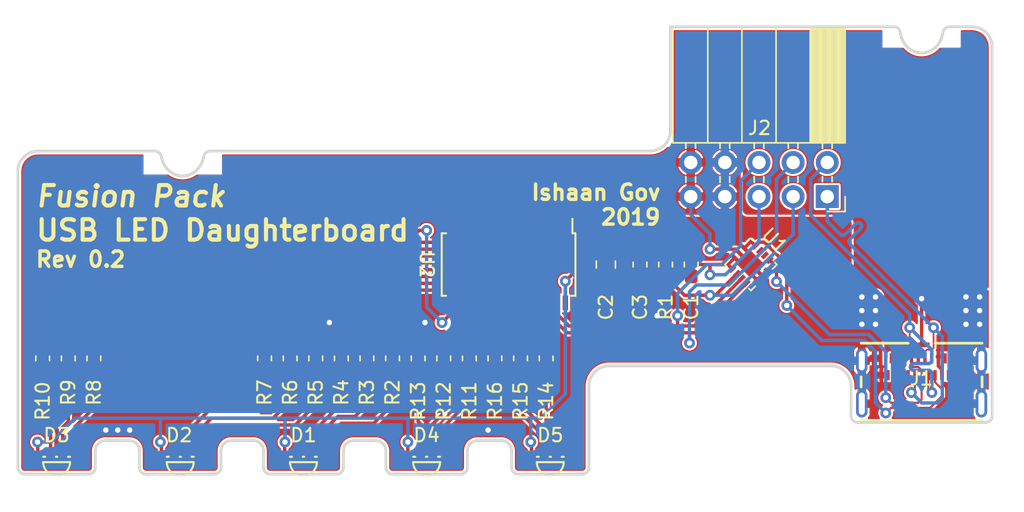
<source format=kicad_pcb>
(kicad_pcb (version 20171130) (host pcbnew "(5.0.0)")
  (layers (0 F.Cu signal) (31 B.Cu signal) (34 B.Paste user) (35 F.Paste user) (36 B.SilkS user) (37 F.SilkS user) (38 B.Mask user) (39 F.Mask user) (44 Edge.Cuts user))
  (net 0 "")
  (net 1 GND)
  (net 2 +3V3)
  (net 3 "Net-(D1-Pad2)")
  (net 4 "Net-(D1-Pad4)")
  (net 5 "Net-(D1-Pad3)")
  (net 6 "Net-(D2-Pad3)")
  (net 7 "Net-(D2-Pad4)")
  (net 8 "Net-(D2-Pad2)")
  (net 9 "Net-(D3-Pad2)")
  (net 10 "Net-(D3-Pad4)")
  (net 11 "Net-(D3-Pad3)")
  (net 12 "Net-(D4-Pad3)")
  (net 13 "Net-(D4-Pad4)")
  (net 14 "Net-(D4-Pad2)")
  (net 15 "Net-(D5-Pad2)")
  (net 16 "Net-(D5-Pad4)")
  (net 17 "Net-(D5-Pad3)")
  (net 18 VBUS)
  (net 19 /D-)
  (net 20 /D+)
  (net 21 "Net-(J1-PadB5)")
  (net 22 "Net-(J1-PadA5)")
  (net 23 /INT)
  (net 24 /SCL)
  (net 25 /SDA)
  (net 26 "Net-(R2-Pad2)")
  (net 27 "Net-(R3-Pad2)")
  (net 28 "Net-(R4-Pad2)")
  (net 29 "Net-(R5-Pad2)")
  (net 30 "Net-(R6-Pad2)")
  (net 31 "Net-(R7-Pad2)")
  (net 32 "Net-(R8-Pad2)")
  (net 33 "Net-(R9-Pad2)")
  (net 34 "Net-(R10-Pad2)")
  (net 35 "Net-(R11-Pad2)")
  (net 36 "Net-(R12-Pad2)")
  (net 37 "Net-(R13-Pad2)")
  (net 38 "Net-(R14-Pad2)")
  (net 39 "Net-(R15-Pad2)")
  (net 40 "Net-(R16-Pad2)")
  (module Package_DFN_QFN:WQFN-14-1EP_2.5x2.5mm_P0.5mm_EP1.45x1.45mm (layer F.Cu) (at 162.3 116.745 315)
    (fp_text reference U1 (at 0 -2.5 315) (layer F.SilkS))
    (fp_text value FUSB302BMPX)
    (pad 15 smd rect (at 0 0 315) (size 1.45 1.45) (layers F.Cu F.Mask) (net 1 GND))
    (pad 14 smd rect (at -0.75 -1.215 315) (size 0.3 0.58) (layers F.Cu F.Paste F.Mask) (net 21 "Net-(J1-PadB5)"))
    (pad 13 smd rect (at -0.25 -1.215 315) (size 0.3 0.58) (layers F.Cu F.Paste F.Mask))
    (pad 12 smd rect (at 0.25 -1.215 315) (size 0.3 0.58) (layers F.Cu F.Paste F.Mask))
    (pad 11 smd rect (at 0.75 -1.215 315) (size 0.3 0.58) (layers F.Cu F.Paste F.Mask) (net 22 "Net-(J1-PadA5)"))
    (pad 7 smd rect (at 0.75 1.215 315) (size 0.3 0.58) (layers F.Cu F.Paste F.Mask) (net 24 /SCL))
    (pad 6 smd rect (at 0.25 1.215 315) (size 0.3 0.58) (layers F.Cu F.Paste F.Mask) (net 25 /SDA))
    (pad 5 smd rect (at -0.25 1.215 315) (size 0.3 0.58) (layers F.Cu F.Paste F.Mask) (net 23 /INT))
    (pad 4 smd rect (at -0.75 1.215 315) (size 0.3 0.58) (layers F.Cu F.Paste F.Mask) (net 2 +3V3))
    (pad 9 smd rect (at 1.215 0 315) (size 0.58 0.3) (layers F.Cu F.Paste F.Mask) (net 1 GND))
    (pad 10 smd rect (at 1.215 -0.5 315) (size 0.58 0.3) (layers F.Cu F.Paste F.Mask) (net 22 "Net-(J1-PadA5)"))
    (pad 8 smd rect (at 1.215 0.5 315) (size 0.58 0.3) (layers F.Cu F.Paste F.Mask) (net 1 GND))
    (pad 3 smd rect (at -1.215 0.5 315) (size 0.58 0.3) (layers F.Cu F.Paste F.Mask) (net 2 +3V3))
    (pad 1 smd rect (at -1.215 -0.5 315) (size 0.58 0.3) (layers F.Cu F.Paste F.Mask) (net 21 "Net-(J1-PadB5)"))
    (pad 2 smd rect (at -1.215 0 315) (size 0.58 0.3) (layers F.Cu F.Paste F.Mask) (net 18 VBUS))
  )
  (module Capacitor_SMD:C_0603_1608Metric_Pad1.05x0.95mm_HandSolder (layer F.Cu) (at 157.855 116.745 90)
    (fp_text reference C1 (at -3.175 0 90) (layer F.SilkS))
    (fp_text value 100n)
    (pad 2 smd roundrect (at 0.875 0 90) (size 1.05 0.95) (layers F.Cu F.Paste F.Mask) (net 1 GND))
    (pad 1 smd roundrect (at -0.875 0 90) (size 1.05 0.95) (layers F.Cu F.Paste F.Mask) (net 2 +3V3))
  )
  (module Capacitor_SMD:C_0805_2012Metric_Pad1.15x1.40mm_HandSolder (layer F.Cu) (at 151.505 116.745 90)
    (fp_text reference C2 (at -3.175 0 90) (layer F.SilkS))
    (fp_text value 4u7)
    (pad 1 smd roundrect (at -1.025 0 90) (size 1.15 1.4) (layers F.Cu F.Paste F.Mask) (roundrect_rratio 0.217391) (net 2 +3V3))
    (pad 2 smd roundrect (at 1.025 0 90) (size 1.15 1.4) (layers F.Cu F.Paste F.Mask) (roundrect_rratio 0.217391) (net 1 GND))
  )
  (module Capacitor_SMD:C_0603_1608Metric_Pad1.05x0.95mm_HandSolder (layer F.Cu) (at 154.045 116.745 90)
    (fp_text reference C3 (at -3.175 0 90) (layer F.SilkS))
    (fp_text value 100n)
    (pad 1 smd roundrect (at -0.875 0 90) (size 1.05 0.95) (layers F.Cu F.Paste F.Mask) (net 2 +3V3))
    (pad 2 smd roundrect (at 0.875 0 90) (size 1.05 0.95) (layers F.Cu F.Paste F.Mask) (net 1 GND))
  )
  (module LED_SMD:LED_RGB_Wurth_1204_Right (layer F.Cu) (at 129 131.25)
    (fp_text reference D1 (at 0 -1.805) (layer F.SilkS))
    (fp_text value LED_ARGB)
    (pad 1 smd rect (at -1.4 0) (size 0.6 0.9) (layers F.Cu F.Paste F.Mask) (net 2 +3V3))
    (pad 2 smd rect (at 1.4 0) (size 0.6 0.9) (layers F.Cu F.Paste F.Mask) (net 3 "Net-(D1-Pad2)"))
    (pad 4 smd rect (at -0.45 -0.325) (size 0.6 0.6) (layers F.Cu F.Paste F.Mask) (net 4 "Net-(D1-Pad4)"))
    (pad 3 smd rect (at 0.45 -0.325) (size 0.6 0.6) (layers F.Cu F.Paste F.Mask) (net 5 "Net-(D1-Pad3)"))
  )
  (module LED_SMD:LED_RGB_Wurth_1204_Right (layer F.Cu) (at 119.833 131.25)
    (fp_text reference D2 (at -0.078 -1.805) (layer F.SilkS))
    (fp_text value LED_ARGB)
    (pad 3 smd rect (at 0.45 -0.325) (size 0.6 0.6) (layers F.Cu F.Paste F.Mask) (net 6 "Net-(D2-Pad3)"))
    (pad 4 smd rect (at -0.45 -0.325) (size 0.6 0.6) (layers F.Cu F.Paste F.Mask) (net 7 "Net-(D2-Pad4)"))
    (pad 2 smd rect (at 1.4 0) (size 0.6 0.9) (layers F.Cu F.Paste F.Mask) (net 8 "Net-(D2-Pad2)"))
    (pad 1 smd rect (at -1.4 0) (size 0.6 0.9) (layers F.Cu F.Paste F.Mask) (net 2 +3V3))
  )
  (module LED_SMD:LED_RGB_Wurth_1204_Right (layer F.Cu) (at 110.633 131.25)
    (fp_text reference D3 (at 0 -1.805) (layer F.SilkS))
    (fp_text value LED_ARGB)
    (pad 1 smd rect (at -1.4 0) (size 0.6 0.9) (layers F.Cu F.Paste F.Mask) (net 2 +3V3))
    (pad 2 smd rect (at 1.4 0) (size 0.6 0.9) (layers F.Cu F.Paste F.Mask) (net 9 "Net-(D3-Pad2)"))
    (pad 4 smd rect (at -0.45 -0.325) (size 0.6 0.6) (layers F.Cu F.Paste F.Mask) (net 10 "Net-(D3-Pad4)"))
    (pad 3 smd rect (at 0.45 -0.325) (size 0.6 0.6) (layers F.Cu F.Paste F.Mask) (net 11 "Net-(D3-Pad3)"))
  )
  (module LED_SMD:LED_RGB_Wurth_1204_Right (layer F.Cu) (at 138.167 131.25)
    (fp_text reference D4 (at 0 -1.805) (layer F.SilkS))
    (fp_text value LED_ARGB)
    (pad 3 smd rect (at 0.45 -0.325) (size 0.6 0.6) (layers F.Cu F.Paste F.Mask) (net 12 "Net-(D4-Pad3)"))
    (pad 4 smd rect (at -0.45 -0.325) (size 0.6 0.6) (layers F.Cu F.Paste F.Mask) (net 13 "Net-(D4-Pad4)"))
    (pad 2 smd rect (at 1.4 0) (size 0.6 0.9) (layers F.Cu F.Paste F.Mask) (net 14 "Net-(D4-Pad2)"))
    (pad 1 smd rect (at -1.4 0) (size 0.6 0.9) (layers F.Cu F.Paste F.Mask) (net 2 +3V3))
  )
  (module LED_SMD:LED_RGB_Wurth_1204_Right (layer F.Cu) (at 147.367 131.25)
    (fp_text reference D5 (at 0 -1.805) (layer F.SilkS))
    (fp_text value LED_ARGB)
    (pad 1 smd rect (at -1.4 0) (size 0.6 0.9) (layers F.Cu F.Paste F.Mask) (net 2 +3V3))
    (pad 2 smd rect (at 1.4 0) (size 0.6 0.9) (layers F.Cu F.Paste F.Mask) (net 15 "Net-(D5-Pad2)"))
    (pad 4 smd rect (at -0.45 -0.325) (size 0.6 0.6) (layers F.Cu F.Paste F.Mask) (net 16 "Net-(D5-Pad4)"))
    (pad 3 smd rect (at 0.45 -0.325) (size 0.6 0.6) (layers F.Cu F.Paste F.Mask) (net 17 "Net-(D5-Pad3)"))
  )
  (module Connector_USB:USB_C_Receptacle_TE_2305018-2 (layer F.Cu) (at 175 127.1)
    (fp_text reference J1 (at -0.028 -1.871) (layer F.SilkS))
    (fp_text value USB_C_Receptacle)
    (pad B12 smd rect (at -3 -2.125) (size 0.25 0.75) (layers F.Cu F.Paste F.Mask) (net 1 GND))
    (pad B11 smd rect (at -2.5 -2.125) (size 0.25 0.75) (layers F.Cu F.Paste F.Mask))
    (pad B10 smd rect (at -2 -2.125) (size 0.25 0.75) (layers F.Cu F.Paste F.Mask))
    (pad B9 smd rect (at -1.5 -2.125) (size 0.25 0.75) (layers F.Cu F.Paste F.Mask) (net 18 VBUS))
    (pad B8 smd rect (at -1 -2.125) (size 0.25 0.75) (layers F.Cu F.Paste F.Mask))
    (pad B7 smd rect (at -0.5 -2.125) (size 0.25 0.75) (layers F.Cu F.Paste F.Mask) (net 19 /D-))
    (pad B6 smd rect (at 0.5 -2.125) (size 0.25 0.75) (layers F.Cu F.Paste F.Mask) (net 20 /D+))
    (pad B5 smd rect (at 1 -2.125) (size 0.25 0.75) (layers F.Cu F.Paste F.Mask) (net 21 "Net-(J1-PadB5)"))
    (pad B4 smd rect (at 1.5 -2.125) (size 0.25 0.75) (layers F.Cu F.Paste F.Mask) (net 18 VBUS))
    (pad B3 smd rect (at 2 -2.125) (size 0.25 0.75) (layers F.Cu F.Paste F.Mask))
    (pad B2 smd rect (at 2.5 -2.125) (size 0.25 0.75) (layers F.Cu F.Paste F.Mask))
    (pad B1 smd rect (at 3 -2.125) (size 0.25 0.75) (layers F.Cu F.Paste F.Mask) (net 1 GND))
    (pad S1 smd rect (at 3.55 -3.375) (size 0.3 0.75) (layers F.Cu F.Paste F.Mask) (net 1 GND))
    (pad A12 smd rect (at 3.05 -3.375) (size 0.25 0.75) (layers F.Cu F.Paste F.Mask) (net 1 GND))
    (pad A11 smd rect (at 2.25 -3.375) (size 0.25 0.75) (layers F.Cu F.Paste F.Mask))
    (pad A10 smd rect (at 1.75 -3.375) (size 0.25 0.75) (layers F.Cu F.Paste F.Mask))
    (pad A9 smd rect (at 1.25 -3.375) (size 0.25 0.75) (layers F.Cu F.Paste F.Mask) (net 18 VBUS))
    (pad A8 smd rect (at 0.75 -3.375) (size 0.25 0.75) (layers F.Cu F.Paste F.Mask))
    (pad A7 smd rect (at 0.25 -3.375) (size 0.25 0.75) (layers F.Cu F.Paste F.Mask) (net 19 /D-))
    (pad A6 smd rect (at -0.25 -3.375) (size 0.25 0.75) (layers F.Cu F.Paste F.Mask) (net 20 /D+))
    (pad A5 smd rect (at -0.75 -3.375) (size 0.25 0.75) (layers F.Cu F.Paste F.Mask) (net 22 "Net-(J1-PadA5)"))
    (pad A4 smd rect (at -1.25 -3.375) (size 0.25 0.75) (layers F.Cu F.Paste F.Mask) (net 18 VBUS))
    (pad A3 smd rect (at -1.75 -3.375) (size 0.25 0.75) (layers F.Cu F.Paste F.Mask))
    (pad A2 smd rect (at -2.25 -3.375) (size 0.25 0.75) (layers F.Cu F.Paste F.Mask))
    (pad A1 smd rect (at -3.05 -3.375) (size 0.25 0.75) (layers F.Cu F.Paste F.Mask) (net 1 GND))
    (pad S1 smd rect (at -3.55 -3.375) (size 0.3 0.75) (layers F.Cu F.Paste F.Mask) (net 1 GND))
    (pad S1 smd rect (at 0 -4.38) (size 1.2 0.35) (layers F.Cu F.Paste F.Mask) (net 1 GND))
    (pad S1 thru_hole oval (at 4.45 -3.2) (size 0.85 1.85) (drill oval 0.45 1.45) (layers *.Cu *.Mask) (net 1 GND))
    (pad S1 thru_hole oval (at -4.45 -3.2) (size 0.85 1.85) (drill oval 0.45 1.45) (layers *.Cu *.Mask) (net 1 GND))
    (pad S1 thru_hole oval (at 4.45 0) (size 0.85 2.05) (drill oval 0.45 1.65) (layers *.Cu *.Mask) (net 1 GND))
    (pad S1 thru_hole oval (at -4.45 0) (size 0.85 2.05) (drill oval 0.45 1.65) (layers *.Cu *.Mask) (net 1 GND))
  )
  (module Connector_PinSocket_2.54mm:PinSocket_2x05_P2.54mm_Horizontal (layer F.Cu) (at 167.98 111.69 270)
    (fp_text reference J2 (at -5.105 5.045 180) (layer F.SilkS))
    (fp_text value Conn_02x05_Odd_Even)
    (pad 1 thru_hole rect (at 0 0 270) (size 1.7 1.7) (drill 1) (layers *.Cu *.Mask) (net 19 /D-))
    (pad 2 thru_hole oval (at -2.54 0 270) (size 1.7 1.7) (drill 1) (layers *.Cu *.Mask) (net 20 /D+))
    (pad 3 thru_hole oval (at 0 2.54 270) (size 1.7 1.7) (drill 1) (layers *.Cu *.Mask) (net 23 /INT))
    (pad 4 thru_hole oval (at -2.54 2.54 270) (size 1.7 1.7) (drill 1) (layers *.Cu *.Mask) (net 24 /SCL))
    (pad 5 thru_hole oval (at 0 5.08 270) (size 1.7 1.7) (drill 1) (layers *.Cu *.Mask) (net 2 +3V3))
    (pad 6 thru_hole oval (at -2.54 5.08 270) (size 1.7 1.7) (drill 1) (layers *.Cu *.Mask) (net 25 /SDA))
    (pad 7 thru_hole oval (at 0 7.62 270) (size 1.7 1.7) (drill 1) (layers *.Cu *.Mask) (net 1 GND))
    (pad 8 thru_hole oval (at -2.54 7.62 270) (size 1.7 1.7) (drill 1) (layers *.Cu *.Mask) (net 1 GND))
    (pad 9 thru_hole oval (at 0 10.16 270) (size 1.7 1.7) (drill 1) (layers *.Cu *.Mask) (net 18 VBUS))
    (pad 10 thru_hole oval (at -2.54 10.16 270) (size 1.7 1.7) (drill 1) (layers *.Cu *.Mask) (net 18 VBUS))
  )
  (module Resistor_SMD:R_0603_1608Metric_Pad1.05x0.95mm_HandSolder (layer F.Cu) (at 155.95 116.745 90)
    (fp_text reference R1 (at -3.175 0 90) (layer F.SilkS))
    (fp_text value 10k)
    (pad 2 smd roundrect (at 0.875 0 90) (size 1.05 0.95) (layers F.Cu F.Paste F.Mask) (net 2 +3V3))
    (pad 1 smd roundrect (at -0.875 0 90) (size 1.05 0.95) (layers F.Cu F.Paste F.Mask) (net 23 /INT))
  )
  (module Resistor_SMD:R_0603_1608Metric_Pad1.05x0.95mm_HandSolder (layer F.Cu) (at 135.63 123.73 90)
    (fp_text reference R2 (at -2.54 0 90) (layer F.SilkS))
    (fp_text value 68R)
    (pad 1 smd roundrect (at -0.875 0 90) (size 1.05 0.95) (layers F.Cu F.Paste F.Mask) (net 3 "Net-(D1-Pad2)"))
    (pad 2 smd roundrect (at 0.875 0 90) (size 1.05 0.95) (layers F.Cu F.Paste F.Mask) (net 26 "Net-(R2-Pad2)"))
  )
  (module Resistor_SMD:R_0603_1608Metric_Pad1.05x0.95mm_HandSolder (layer F.Cu) (at 133.725 123.73 90)
    (fp_text reference R3 (at -2.54 0 90) (layer F.SilkS))
    (fp_text value 27R)
    (pad 1 smd roundrect (at -0.875 0 90) (size 1.05 0.95) (layers F.Cu F.Paste F.Mask) (net 5 "Net-(D1-Pad3)"))
    (pad 2 smd roundrect (at 0.875 0 90) (size 1.05 0.95) (layers F.Cu F.Paste F.Mask) (net 27 "Net-(R3-Pad2)"))
  )
  (module Resistor_SMD:R_0603_1608Metric_Pad1.05x0.95mm_HandSolder (layer F.Cu) (at 131.82 123.73 90)
    (fp_text reference R4 (at -2.54 0 90) (layer F.SilkS))
    (fp_text value 15R)
    (pad 2 smd roundrect (at 0.875 0 90) (size 1.05 0.95) (layers F.Cu F.Paste F.Mask) (net 28 "Net-(R4-Pad2)"))
    (pad 1 smd roundrect (at -0.875 0 90) (size 1.05 0.95) (layers F.Cu F.Paste F.Mask) (net 4 "Net-(D1-Pad4)"))
  )
  (module Resistor_SMD:R_0603_1608Metric_Pad1.05x0.95mm_HandSolder (layer F.Cu) (at 129.915 123.73 90)
    (fp_text reference R5 (at -2.54 0 90) (layer F.SilkS))
    (fp_text value 68R)
    (pad 1 smd roundrect (at -0.875 0 90) (size 1.05 0.95) (layers F.Cu F.Paste F.Mask) (net 8 "Net-(D2-Pad2)"))
    (pad 2 smd roundrect (at 0.875 0 90) (size 1.05 0.95) (layers F.Cu F.Paste F.Mask) (net 29 "Net-(R5-Pad2)"))
  )
  (module Resistor_SMD:R_0603_1608Metric_Pad1.05x0.95mm_HandSolder (layer F.Cu) (at 128.01 123.73 90)
    (fp_text reference R6 (at -2.54 0 90) (layer F.SilkS))
    (fp_text value 27R)
    (pad 2 smd roundrect (at 0.875 0 90) (size 1.05 0.95) (layers F.Cu F.Paste F.Mask) (net 30 "Net-(R6-Pad2)"))
    (pad 1 smd roundrect (at -0.875 0 90) (size 1.05 0.95) (layers F.Cu F.Paste F.Mask) (net 6 "Net-(D2-Pad3)"))
  )
  (module Resistor_SMD:R_0603_1608Metric_Pad1.05x0.95mm_HandSolder (layer F.Cu) (at 126.105 123.73 90)
    (fp_text reference R7 (at -2.54 0 90) (layer F.SilkS))
    (fp_text value 15R)
    (pad 1 smd roundrect (at -0.875 0 90) (size 1.05 0.95) (layers F.Cu F.Paste F.Mask) (net 7 "Net-(D2-Pad4)"))
    (pad 2 smd roundrect (at 0.875 0 90) (size 1.05 0.95) (layers F.Cu F.Paste F.Mask) (net 31 "Net-(R7-Pad2)"))
  )
  (module Resistor_SMD:R_0603_1608Metric_Pad1.05x0.95mm_HandSolder (layer F.Cu) (at 113.405 123.73 90)
    (fp_text reference R8 (at -2.54 0 90) (layer F.SilkS))
    (fp_text value 68R)
    (pad 2 smd roundrect (at 0.875 0 90) (size 1.05 0.95) (layers F.Cu F.Paste F.Mask) (net 32 "Net-(R8-Pad2)"))
    (pad 1 smd roundrect (at -0.875 0 90) (size 1.05 0.95) (layers F.Cu F.Paste F.Mask) (net 9 "Net-(D3-Pad2)"))
  )
  (module Resistor_SMD:R_0603_1608Metric_Pad1.05x0.95mm_HandSolder (layer F.Cu) (at 111.5 123.73 90)
    (fp_text reference R9 (at -2.54 0 270) (layer F.SilkS))
    (fp_text value 27R)
    (pad 2 smd roundrect (at 0.875 0 90) (size 1.05 0.95) (layers F.Cu F.Paste F.Mask) (net 33 "Net-(R9-Pad2)"))
    (pad 1 smd roundrect (at -0.875 0 90) (size 1.05 0.95) (layers F.Cu F.Paste F.Mask) (net 11 "Net-(D3-Pad3)"))
  )
  (module Resistor_SMD:R_0603_1608Metric_Pad1.05x0.95mm_HandSolder (layer F.Cu) (at 109.595 123.73 90)
    (fp_text reference R10 (at -3.175 0 90) (layer F.SilkS))
    (fp_text value 15R)
    (pad 1 smd roundrect (at -0.875 0 90) (size 1.05 0.95) (layers F.Cu F.Paste F.Mask) (net 10 "Net-(D3-Pad4)"))
    (pad 2 smd roundrect (at 0.875 0 90) (size 1.05 0.95) (layers F.Cu F.Paste F.Mask) (net 34 "Net-(R10-Pad2)"))
  )
  (module Resistor_SMD:R_0603_1608Metric_Pad1.05x0.95mm_HandSolder (layer F.Cu) (at 141.345 123.73 90)
    (fp_text reference R11 (at -3.175 0 90) (layer F.SilkS))
    (fp_text value 68R)
    (pad 1 smd roundrect (at -0.875 0 90) (size 1.05 0.95) (layers F.Cu F.Paste F.Mask) (net 14 "Net-(D4-Pad2)"))
    (pad 2 smd roundrect (at 0.875 0 90) (size 1.05 0.95) (layers F.Cu F.Paste F.Mask) (net 35 "Net-(R11-Pad2)"))
  )
  (module Resistor_SMD:R_0603_1608Metric_Pad1.05x0.95mm_HandSolder (layer F.Cu) (at 139.44 123.73 90)
    (fp_text reference R12 (at -3.175 0 90) (layer F.SilkS))
    (fp_text value 27R)
    (pad 1 smd roundrect (at -0.875 0 90) (size 1.05 0.95) (layers F.Cu F.Paste F.Mask) (net 12 "Net-(D4-Pad3)"))
    (pad 2 smd roundrect (at 0.875 0 90) (size 1.05 0.95) (layers F.Cu F.Paste F.Mask) (net 36 "Net-(R12-Pad2)"))
  )
  (module Resistor_SMD:R_0603_1608Metric_Pad1.05x0.95mm_HandSolder (layer F.Cu) (at 137.535 123.73 90)
    (fp_text reference R13 (at -3.175 0 90) (layer F.SilkS))
    (fp_text value 15R)
    (pad 2 smd roundrect (at 0.875 0 90) (size 1.05 0.95) (layers F.Cu F.Paste F.Mask) (net 37 "Net-(R13-Pad2)"))
    (pad 1 smd roundrect (at -0.875 0 90) (size 1.05 0.95) (layers F.Cu F.Paste F.Mask) (net 13 "Net-(D4-Pad4)"))
  )
  (module Resistor_SMD:R_0603_1608Metric_Pad1.05x0.95mm_HandSolder (layer F.Cu) (at 147.06 123.73 90)
    (fp_text reference R14 (at -3.175 0 90) (layer F.SilkS))
    (fp_text value 68R)
    (pad 2 smd roundrect (at 0.875 0 90) (size 1.05 0.95) (layers F.Cu F.Paste F.Mask) (net 38 "Net-(R14-Pad2)"))
    (pad 1 smd roundrect (at -0.875 0 90) (size 1.05 0.95) (layers F.Cu F.Paste F.Mask) (net 15 "Net-(D5-Pad2)"))
  )
  (module Resistor_SMD:R_0603_1608Metric_Pad1.05x0.95mm_HandSolder (layer F.Cu) (at 145.155 123.73 90)
    (fp_text reference R15 (at -3.175 0 90) (layer F.SilkS))
    (fp_text value 27R)
    (pad 2 smd roundrect (at 0.875 0 90) (size 1.05 0.95) (layers F.Cu F.Paste F.Mask) (net 39 "Net-(R15-Pad2)"))
    (pad 1 smd roundrect (at -0.875 0 90) (size 1.05 0.95) (layers F.Cu F.Paste F.Mask) (net 17 "Net-(D5-Pad3)"))
  )
  (module Resistor_SMD:R_0603_1608Metric_Pad1.05x0.95mm_HandSolder (layer F.Cu) (at 143.25 123.73 90)
    (fp_text reference R16 (at -3.175 0 90) (layer F.SilkS))
    (fp_text value 15R)
    (pad 1 smd roundrect (at -0.875 0 90) (size 1.05 0.95) (layers F.Cu F.Paste F.Mask) (net 16 "Net-(D5-Pad4)"))
    (pad 2 smd roundrect (at 0.875 0 90) (size 1.05 0.95) (layers F.Cu F.Paste F.Mask) (net 40 "Net-(R16-Pad2)"))
  )
  (module Package_SO:TSSOP-28_4.4x9.7mm_P0.65mm (layer F.Cu) (at 144.266 116.745 270)
    (fp_text reference U2 (at 0 6.096 270 unlocked) (layer F.SilkS))
    (fp_text value PCA9685PW)
    (pad 1 smd rect (at -2.85 -4.225 270) (size 1.1 0.4) (layers F.Cu F.Paste F.Mask) (net 1 GND))
    (pad 2 smd rect (at -2.85 -3.575 270) (size 1.1 0.4) (layers F.Cu F.Paste F.Mask) (net 1 GND))
    (pad 3 smd rect (at -2.85 -2.925 270) (size 1.1 0.4) (layers F.Cu F.Paste F.Mask) (net 1 GND))
    (pad 4 smd rect (at -2.85 -2.275 270) (size 1.1 0.4) (layers F.Cu F.Paste F.Mask) (net 1 GND))
    (pad 5 smd rect (at -2.85 -1.625 270) (size 1.1 0.4) (layers F.Cu F.Paste F.Mask) (net 1 GND))
    (pad 6 smd rect (at -2.85 -0.975 270) (size 1.1 0.4) (layers F.Cu F.Paste F.Mask) (net 26 "Net-(R2-Pad2)"))
    (pad 7 smd rect (at -2.85 -0.325 270) (size 1.1 0.4) (layers F.Cu F.Paste F.Mask) (net 27 "Net-(R3-Pad2)"))
    (pad 8 smd rect (at -2.85 0.325 270) (size 1.1 0.4) (layers F.Cu F.Paste F.Mask) (net 28 "Net-(R4-Pad2)"))
    (pad 9 smd rect (at -2.85 0.975 270) (size 1.1 0.4) (layers F.Cu F.Paste F.Mask) (net 29 "Net-(R5-Pad2)"))
    (pad 10 smd rect (at -2.85 1.625 270) (size 1.1 0.4) (layers F.Cu F.Paste F.Mask) (net 30 "Net-(R6-Pad2)"))
    (pad 11 smd rect (at -2.85 2.275 270) (size 1.1 0.4) (layers F.Cu F.Paste F.Mask) (net 31 "Net-(R7-Pad2)"))
    (pad 12 smd rect (at -2.85 2.925 270) (size 1.1 0.4) (layers F.Cu F.Paste F.Mask) (net 32 "Net-(R8-Pad2)"))
    (pad 13 smd rect (at -2.85 3.575 270) (size 1.1 0.4) (layers F.Cu F.Paste F.Mask) (net 33 "Net-(R9-Pad2)"))
    (pad 14 smd rect (at -2.85 4.225 270) (size 1.1 0.4) (layers F.Cu F.Paste F.Mask) (net 1 GND))
    (pad 15 smd rect (at 2.85 4.225 270) (size 1.1 0.4) (layers F.Cu F.Paste F.Mask) (net 34 "Net-(R10-Pad2)"))
    (pad 16 smd rect (at 2.85 3.575 270) (size 1.1 0.4) (layers F.Cu F.Paste F.Mask) (net 37 "Net-(R13-Pad2)"))
    (pad 17 smd rect (at 2.85 2.925 270) (size 1.1 0.4) (layers F.Cu F.Paste F.Mask) (net 36 "Net-(R12-Pad2)"))
    (pad 18 smd rect (at 2.85 2.275 270) (size 1.1 0.4) (layers F.Cu F.Paste F.Mask) (net 35 "Net-(R11-Pad2)"))
    (pad 19 smd rect (at 2.85 1.625 270) (size 1.1 0.4) (layers F.Cu F.Paste F.Mask) (net 40 "Net-(R16-Pad2)"))
    (pad 20 smd rect (at 2.85 0.975 270) (size 1.1 0.4) (layers F.Cu F.Paste F.Mask) (net 39 "Net-(R15-Pad2)"))
    (pad 21 smd rect (at 2.85 0.325 270) (size 1.1 0.4) (layers F.Cu F.Paste F.Mask) (net 38 "Net-(R14-Pad2)"))
    (pad 22 smd rect (at 2.85 -0.325 270) (size 1.1 0.4) (layers F.Cu F.Paste F.Mask))
    (pad 23 smd rect (at 2.85 -0.975 270) (size 1.1 0.4) (layers F.Cu F.Paste F.Mask) (net 1 GND))
    (pad 24 smd rect (at 2.85 -1.625 270) (size 1.1 0.4) (layers F.Cu F.Paste F.Mask) (net 1 GND))
    (pad 25 smd rect (at 2.85 -2.275 270) (size 1.1 0.4) (layers F.Cu F.Paste F.Mask) (net 1 GND))
    (pad 26 smd rect (at 2.85 -2.925 270) (size 1.1 0.4) (layers F.Cu F.Paste F.Mask) (net 24 /SCL))
    (pad 27 smd rect (at 2.85 -3.575 270) (size 1.1 0.4) (layers F.Cu F.Paste F.Mask) (net 25 /SDA))
    (pad 28 smd rect (at 2.85 -4.225 270) (size 1.1 0.4) (layers F.Cu F.Paste F.Mask) (net 2 +3V3))
  )
  (gr_text "Ishaan Gov\n2019" (at 155.696 112.3) (layer F.SilkS) (effects (font (size 1.143 1.143) (thickness 0.254)) (justify right)))
  (gr_text "Rev 0.2" (at 108.96 116.364) (layer F.SilkS) (effects (font (size 1.143 1.143) (thickness 0.254)) (justify left)))
  (gr_text "USB LED Daughterboard\n" (at 108.96 114.205) (layer F.SilkS) (effects (font (size 1.524 1.524) (thickness 0.3048)) (justify left)))
  (gr_text "Fusion Pack" (at 108.96 111.665) (layer F.SilkS) (effects (font (size 1.524 1.524) (thickness 0.3048) italic) (justify left)))
  (gr_line (start 175.844523 100.7313) (end 175.874537 100.7101) (layer Edge.Cuts) (width 0.2))
  (gr_line (start 175.248101 100.9773) (end 175.283192 100.9708) (layer Edge.Cuts) (width 0.2))
  (gr_line (start 175.035584 100.9983) (end 175.07115 100.997) (layer Edge.Cuts) (width 0.2))
  (gr_line (start 174.787114 100.983) (end 174.822434 100.9878) (layer Edge.Cuts) (width 0.2))
  (gr_line (start 174.409341 100.8734) (end 174.442557 100.8875) (layer Edge.Cuts) (width 0.2))
  (gr_line (start 174.247966 100.7904) (end 174.27956 100.8086) (layer Edge.Cuts) (width 0.2))
  (gr_line (start 176.07172 100.5416) (end 176.09788 100.5148) (layer Edge.Cuts) (width 0.2))
  (gr_line (start 176.09788 100.5148) (end 176.12349 100.4874) (layer Edge.Cuts) (width 0.2))
  (gr_line (start 174.751899 100.9773) (end 174.787114 100.983) (layer Edge.Cuts) (width 0.2))
  (gr_line (start 174.543794 100.9251) (end 174.578013 100.9359) (layer Edge.Cuts) (width 0.2))
  (gr_line (start 176.04503 100.5677) (end 176.07172 100.5416) (layer Edge.Cuts) (width 0.2))
  (gr_line (start 175.990122 100.6179) (end 176.01783 100.5932) (layer Edge.Cuts) (width 0.2))
  (gr_line (start 175.814091 100.7517) (end 175.844523 100.7313) (layer Edge.Cuts) (width 0.2))
  (gr_line (start 175.961925 100.642) (end 175.990122 100.6179) (layer Edge.Cuts) (width 0.2))
  (gr_line (start 174.92885 100.997) (end 174.964416 100.9983) (layer Edge.Cuts) (width 0.2))
  (gr_line (start 175.318144 100.9633) (end 175.352939 100.955) (layer Edge.Cuts) (width 0.2))
  (gr_line (start 175.933253 100.6654) (end 175.961925 100.642) (layer Edge.Cuts) (width 0.2))
  (gr_line (start 175.10668 100.9948) (end 175.142158 100.9918) (layer Edge.Cuts) (width 0.2))
  (gr_line (start 175.142158 100.9918) (end 175.177566 100.9878) (layer Edge.Cuts) (width 0.2))
  (gr_line (start 174.857842 100.9918) (end 174.89332 100.9948) (layer Edge.Cuts) (width 0.2))
  (gr_line (start 175.07115 100.997) (end 175.10668 100.9948) (layer Edge.Cuts) (width 0.2))
  (gr_line (start 175.904118 100.6881) (end 175.933253 100.6654) (layer Edge.Cuts) (width 0.2))
  (gr_line (start 175.456206 100.9251) (end 175.4902 100.9134) (layer Edge.Cuts) (width 0.2))
  (gr_line (start 175.874537 100.7101) (end 175.904118 100.6881) (layer Edge.Cuts) (width 0.2))
  (gr_line (start 175.783256 100.7715) (end 175.814091 100.7517) (layer Edge.Cuts) (width 0.2))
  (gr_line (start 175.752034 100.7904) (end 175.783256 100.7715) (layer Edge.Cuts) (width 0.2))
  (gr_line (start 175.623583 100.8584) (end 175.656199 100.8426) (layer Edge.Cuts) (width 0.2))
  (gr_line (start 174.578013 100.9359) (end 174.612442 100.9459) (layer Edge.Cuts) (width 0.2))
  (gr_line (start 175.387558 100.9459) (end 175.421987 100.9359) (layer Edge.Cuts) (width 0.2))
  (gr_line (start 174.376417 100.8584) (end 174.409341 100.8734) (layer Edge.Cuts) (width 0.2))
  (gr_line (start 175.352939 100.955) (end 175.387558 100.9459) (layer Edge.Cuts) (width 0.2))
  (gr_line (start 175.283192 100.9708) (end 175.318144 100.9633) (layer Edge.Cuts) (width 0.2))
  (gr_line (start 175.212886 100.983) (end 175.248101 100.9773) (layer Edge.Cuts) (width 0.2))
  (gr_line (start 174.647061 100.955) (end 174.681856 100.9633) (layer Edge.Cuts) (width 0.2))
  (gr_line (start 174.89332 100.9948) (end 174.92885 100.997) (layer Edge.Cuts) (width 0.2))
  (gr_line (start 174.822434 100.9878) (end 174.857842 100.9918) (layer Edge.Cuts) (width 0.2))
  (gr_line (start 175.72044 100.8086) (end 175.752034 100.7904) (layer Edge.Cuts) (width 0.2))
  (gr_line (start 174.612442 100.9459) (end 174.647061 100.955) (layer Edge.Cuts) (width 0.2))
  (gr_line (start 174.31151 100.826) (end 174.343801 100.8426) (layer Edge.Cuts) (width 0.2))
  (gr_line (start 174.681856 100.9633) (end 174.716808 100.9708) (layer Edge.Cuts) (width 0.2))
  (gr_line (start 174.343801 100.8426) (end 174.376417 100.8584) (layer Edge.Cuts) (width 0.2))
  (gr_line (start 175.177566 100.9878) (end 175.212886 100.983) (layer Edge.Cuts) (width 0.2))
  (gr_line (start 175.68849 100.826) (end 175.72044 100.8086) (layer Edge.Cuts) (width 0.2))
  (gr_line (start 174.716808 100.9708) (end 174.751899 100.9773) (layer Edge.Cuts) (width 0.2))
  (gr_line (start 175.656199 100.8426) (end 175.68849 100.826) (layer Edge.Cuts) (width 0.2))
  (gr_line (start 175.4902 100.9134) (end 175.523951 100.9009) (layer Edge.Cuts) (width 0.2))
  (gr_line (start 174.5098 100.9134) (end 174.543794 100.9251) (layer Edge.Cuts) (width 0.2))
  (gr_line (start 174.964416 100.9983) (end 175 100.9988) (layer Edge.Cuts) (width 0.2))
  (gr_line (start 174.27956 100.8086) (end 174.31151 100.826) (layer Edge.Cuts) (width 0.2))
  (gr_line (start 175.421987 100.9359) (end 175.456206 100.9251) (layer Edge.Cuts) (width 0.2))
  (gr_line (start 175.523951 100.9009) (end 175.557443 100.8875) (layer Edge.Cuts) (width 0.2))
  (gr_line (start 174.442557 100.8875) (end 174.476049 100.9009) (layer Edge.Cuts) (width 0.2))
  (gr_line (start 175 100.9988) (end 175.035584 100.9983) (layer Edge.Cuts) (width 0.2))
  (gr_line (start 175.557443 100.8875) (end 175.590659 100.8734) (layer Edge.Cuts) (width 0.2))
  (gr_line (start 176.01783 100.5932) (end 176.04503 100.5677) (layer Edge.Cuts) (width 0.2))
  (gr_line (start 175.590659 100.8734) (end 175.623583 100.8584) (layer Edge.Cuts) (width 0.2))
  (gr_line (start 174.476049 100.9009) (end 174.5098 100.9134) (layer Edge.Cuts) (width 0.2))
  (gr_line (start 121.0714 109.6987) (end 121.0968 109.6727) (layer Edge.Cuts) (width 0.2))
  (gr_line (start 120.5415 110.0507) (end 120.5739 110.0374) (layer Edge.Cuts) (width 0.2))
  (gr_line (start 119.9655 110.1551) (end 120 110.1555) (layer Edge.Cuts) (width 0.2))
  (gr_line (start 120.3426 110.1143) (end 120.3762 110.1057) (layer Edge.Cuts) (width 0.2))
  (gr_line (start 119.7592 110.1353) (end 119.7934 110.1407) (layer Edge.Cuts) (width 0.2))
  (gr_line (start 119.5903 110.0963) (end 119.6238 110.1057) (layer Edge.Cuts) (width 0.2))
  (gr_line (start 121.0455 109.724) (end 121.0714 109.6987) (layer Edge.Cuts) (width 0.2))
  (gr_line (start 120.1035 110.1518) (end 120.1379 110.1489) (layer Edge.Cuts) (width 0.2))
  (gr_line (start 120.069 110.1539) (end 120.1035 110.1518) (layer Edge.Cuts) (width 0.2))
  (gr_line (start 120.0345 110.1551) (end 120.069 110.1539) (layer Edge.Cuts) (width 0.2))
  (gr_line (start 119.8965 110.1518) (end 119.931 110.1539) (layer Edge.Cuts) (width 0.2))
  (gr_line (start 119.2686 109.9592) (end 119.2995 109.9763) (layer Edge.Cuts) (width 0.2))
  (gr_line (start 121.0191 109.7487) (end 121.0455 109.724) (layer Edge.Cuts) (width 0.2))
  (gr_line (start 120.2408 110.1353) (end 120.2748 110.1291) (layer Edge.Cuts) (width 0.2))
  (gr_line (start 119.557 110.0861) (end 119.5903 110.0963) (layer Edge.Cuts) (width 0.2))
  (gr_line (start 119.2381 109.9413) (end 119.2686 109.9592) (layer Edge.Cuts) (width 0.2))
  (gr_line (start 119.4911 110.0633) (end 119.524 110.0751) (layer Edge.Cuts) (width 0.2))
  (gr_line (start 120.606 110.0233) (end 120.6378 110.0084) (layer Edge.Cuts) (width 0.2))
  (gr_line (start 119.2079 109.9227) (end 119.2381 109.9413) (layer Edge.Cuts) (width 0.2))
  (gr_line (start 120.9922 109.7728) (end 121.0191 109.7487) (layer Edge.Cuts) (width 0.2))
  (gr_line (start 120.4097 110.0963) (end 120.443 110.0861) (layer Edge.Cuts) (width 0.2))
  (gr_line (start 120.443 110.0861) (end 120.476 110.0751) (layer Edge.Cuts) (width 0.2))
  (gr_line (start 120.1723 110.1452) (end 120.2066 110.1407) (layer Edge.Cuts) (width 0.2))
  (gr_line (start 120.7314 109.9592) (end 120.7619 109.9413) (layer Edge.Cuts) (width 0.2))
  (gr_line (start 120.3762 110.1057) (end 120.4097 110.0963) (layer Edge.Cuts) (width 0.2))
  (gr_line (start 119.1197 109.8626) (end 119.1487 109.8833) (layer Edge.Cuts) (width 0.2))
  (gr_line (start 120.9649 109.7963) (end 120.9922 109.7728) (layer Edge.Cuts) (width 0.2))
  (gr_line (start 120.9372 109.819) (end 120.9649 109.7963) (layer Edge.Cuts) (width 0.2))
  (gr_line (start 120.909 109.8411) (end 120.9372 109.819) (layer Edge.Cuts) (width 0.2))
  (gr_line (start 120.8803 109.8626) (end 120.909 109.8411) (layer Edge.Cuts) (width 0.2))
  (gr_line (start 120.8513 109.8833) (end 120.8803 109.8626) (layer Edge.Cuts) (width 0.2))
  (gr_line (start 120.6693 109.9927) (end 120.7005 109.9763) (layer Edge.Cuts) (width 0.2))
  (gr_line (start 119.931 110.1539) (end 119.9655 110.1551) (layer Edge.Cuts) (width 0.2))
  (gr_line (start 119.7252 110.1291) (end 119.7592 110.1353) (layer Edge.Cuts) (width 0.2))
  (gr_line (start 120.6378 110.0084) (end 120.6693 109.9927) (layer Edge.Cuts) (width 0.2))
  (gr_line (start 120.5739 110.0374) (end 120.606 110.0233) (layer Edge.Cuts) (width 0.2))
  (gr_line (start 120.5089 110.0633) (end 120.5415 110.0507) (layer Edge.Cuts) (width 0.2))
  (gr_line (start 119.394 110.0233) (end 119.4261 110.0374) (layer Edge.Cuts) (width 0.2))
  (gr_line (start 120.2066 110.1407) (end 120.2408 110.1353) (layer Edge.Cuts) (width 0.2))
  (gr_line (start 119.3307 109.9927) (end 119.3622 110.0084) (layer Edge.Cuts) (width 0.2))
  (gr_line (start 120.1379 110.1489) (end 120.1723 110.1452) (layer Edge.Cuts) (width 0.2))
  (gr_line (start 119.6912 110.1221) (end 119.7252 110.1291) (layer Edge.Cuts) (width 0.2))
  (gr_line (start 119.524 110.0751) (end 119.557 110.0861) (layer Edge.Cuts) (width 0.2))
  (gr_line (start 119.6574 110.1143) (end 119.6912 110.1221) (layer Edge.Cuts) (width 0.2))
  (gr_line (start 119.3622 110.0084) (end 119.394 110.0233) (layer Edge.Cuts) (width 0.2))
  (gr_line (start 120.7921 109.9227) (end 120.8219 109.9033) (layer Edge.Cuts) (width 0.2))
  (gr_line (start 120.7619 109.9413) (end 120.7921 109.9227) (layer Edge.Cuts) (width 0.2))
  (gr_line (start 120.476 110.0751) (end 120.5089 110.0633) (layer Edge.Cuts) (width 0.2))
  (gr_line (start 119.2995 109.9763) (end 119.3307 109.9927) (layer Edge.Cuts) (width 0.2))
  (gr_line (start 120.7005 109.9763) (end 120.7314 109.9592) (layer Edge.Cuts) (width 0.2))
  (gr_line (start 120.2748 110.1291) (end 120.3088 110.1221) (layer Edge.Cuts) (width 0.2))
  (gr_line (start 119.8621 110.1489) (end 119.8965 110.1518) (layer Edge.Cuts) (width 0.2))
  (gr_line (start 119.6238 110.1057) (end 119.6574 110.1143) (layer Edge.Cuts) (width 0.2))
  (gr_line (start 119.4585 110.0507) (end 119.4911 110.0633) (layer Edge.Cuts) (width 0.2))
  (gr_line (start 119.4261 110.0374) (end 119.4585 110.0507) (layer Edge.Cuts) (width 0.2))
  (gr_line (start 119.091 109.8411) (end 119.1197 109.8626) (layer Edge.Cuts) (width 0.2))
  (gr_line (start 120.3088 110.1221) (end 120.3426 110.1143) (layer Edge.Cuts) (width 0.2))
  (gr_line (start 119.7934 110.1407) (end 119.8277 110.1452) (layer Edge.Cuts) (width 0.2))
  (gr_line (start 119.0628 109.819) (end 119.091 109.8411) (layer Edge.Cuts) (width 0.2))
  (gr_line (start 119.1487 109.8833) (end 119.1781 109.9033) (layer Edge.Cuts) (width 0.2))
  (gr_line (start 120.8219 109.9033) (end 120.8513 109.8833) (layer Edge.Cuts) (width 0.2))
  (gr_line (start 120 110.1555) (end 120.0345 110.1551) (layer Edge.Cuts) (width 0.2))
  (gr_line (start 119.1781 109.9033) (end 119.2079 109.9227) (layer Edge.Cuts) (width 0.2))
  (gr_line (start 119.8277 110.1452) (end 119.8621 110.1489) (layer Edge.Cuts) (width 0.2))
  (gr_line (start 176.32757 100.2142) (end 176.34711 100.1812) (layer Edge.Cuts) (width 0.2))
  (gr_line (start 176.22026 100.3716) (end 176.24298 100.3412) (layer Edge.Cuts) (width 0.2))
  (gr_line (start 176.19695 100.4014) (end 176.22026 100.3716) (layer Edge.Cuts) (width 0.2))
  (gr_line (start 118.4515 108.8268) (end 118.4606 108.8638) (layer Edge.Cuts) (width 0.2))
  (gr_line (start 176.26507 100.3102) (end 176.28655 100.2787) (layer Edge.Cuts) (width 0.2))
  (gr_line (start 176.5271 99.7529) (end 176.53734 99.7151) (layer Edge.Cuts) (width 0.2))
  (gr_line (start 176.40167 100.0794) (end 176.41848 100.0446) (layer Edge.Cuts) (width 0.2))
  (gr_line (start 176.14855 100.4593) (end 176.17304 100.4307) (layer Edge.Cuts) (width 0.2))
  (gr_line (start 118.4606 108.8638) (end 118.4704 108.9006) (layer Edge.Cuts) (width 0.2))
  (gr_line (start 176.57705 99.5227) (end 176.58267 99.4837) (layer Edge.Cuts) (width 0.2))
  (gr_line (start 176.53734 99.7151) (end 176.54682 99.6771) (layer Edge.Cuts) (width 0.2))
  (gr_line (start 118.5737 109.1844) (end 118.5897 109.2184) (layer Edge.Cuts) (width 0.2))
  (gr_line (start 118.9545 109.724) (end 118.9809 109.7487) (layer Edge.Cuts) (width 0.2))
  (gr_line (start 118.9809 109.7487) (end 119.0078 109.7728) (layer Edge.Cuts) (width 0.2))
  (gr_line (start 118.9286 109.6987) (end 118.9545 109.724) (layer Edge.Cuts) (width 0.2))
  (gr_line (start 118.762 109.5047) (end 118.7842 109.5341) (layer Edge.Cuts) (width 0.2))
  (gr_line (start 118.9032 109.6727) (end 118.9286 109.6987) (layer Edge.Cuts) (width 0.2))
  (gr_line (start 118.8784 109.6461) (end 118.9032 109.6727) (layer Edge.Cuts) (width 0.2))
  (gr_line (start 118.854 109.619) (end 118.8784 109.6461) (layer Edge.Cuts) (width 0.2))
  (gr_line (start 118.8302 109.5912) (end 118.854 109.619) (layer Edge.Cuts) (width 0.2))
  (gr_line (start 176.47864 99.9014) (end 176.49187 99.8648) (layer Edge.Cuts) (width 0.2))
  (gr_line (start 118.5584 109.1501) (end 118.5737 109.1844) (layer Edge.Cuts) (width 0.2))
  (gr_line (start 118.492 108.9733) (end 118.5039 109.0093) (layer Edge.Cuts) (width 0.2))
  (gr_line (start 118.4356 108.7523) (end 118.4432 108.7897) (layer Edge.Cuts) (width 0.2))
  (gr_line (start 176.56348 99.6003) (end 176.57065 99.5616) (layer Edge.Cuts) (width 0.2))
  (gr_line (start 176.43459 100.0093) (end 176.45 99.9737) (layer Edge.Cuts) (width 0.2))
  (gr_line (start 176.46468 99.9378) (end 176.47864 99.9014) (layer Edge.Cuts) (width 0.2))
  (gr_line (start 176.38416 100.1137) (end 176.40167 100.0794) (layer Edge.Cuts) (width 0.2))
  (gr_line (start 176.34711 100.1812) (end 176.36597 100.1477) (layer Edge.Cuts) (width 0.2))
  (gr_line (start 176.41848 100.0446) (end 176.43459 100.0093) (layer Edge.Cuts) (width 0.2))
  (gr_line (start 176.50436 99.8278) (end 176.5161 99.7905) (layer Edge.Cuts) (width 0.2))
  (gr_line (start 176.17304 100.4307) (end 176.19695 100.4014) (layer Edge.Cuts) (width 0.2))
  (gr_line (start 176.24298 100.3412) (end 176.26507 100.3102) (layer Edge.Cuts) (width 0.2))
  (gr_line (start 118.4432 108.7897) (end 118.4515 108.8268) (layer Edge.Cuts) (width 0.2))
  (gr_line (start 176.5161 99.7905) (end 176.5271 99.7529) (layer Edge.Cuts) (width 0.2))
  (gr_line (start 118.8069 109.563) (end 118.8302 109.5912) (layer Edge.Cuts) (width 0.2))
  (gr_line (start 118.5437 109.1154) (end 118.5584 109.1501) (layer Edge.Cuts) (width 0.2))
  (gr_line (start 118.7842 109.5341) (end 118.8069 109.563) (layer Edge.Cuts) (width 0.2))
  (gr_line (start 118.7194 109.4444) (end 118.7404 109.4748) (layer Edge.Cuts) (width 0.2))
  (gr_line (start 118.699 109.4135) (end 118.7194 109.4444) (layer Edge.Cuts) (width 0.2))
  (gr_line (start 118.5298 109.0804) (end 118.5437 109.1154) (layer Edge.Cuts) (width 0.2))
  (gr_line (start 118.6601 109.3502) (end 118.6792 109.3821) (layer Edge.Cuts) (width 0.2))
  (gr_line (start 118.6236 109.2852) (end 118.6415 109.3179) (layer Edge.Cuts) (width 0.2))
  (gr_line (start 118.6063 109.252) (end 118.6236 109.2852) (layer Edge.Cuts) (width 0.2))
  (gr_line (start 176.30738 100.2467) (end 176.32757 100.2142) (layer Edge.Cuts) (width 0.2))
  (gr_line (start 118.5039 109.0093) (end 118.5165 109.045) (layer Edge.Cuts) (width 0.2))
  (gr_line (start 118.4704 108.9006) (end 118.4808 108.9371) (layer Edge.Cuts) (width 0.2))
  (gr_line (start 118.4287 108.7147) (end 118.4356 108.7523) (layer Edge.Cuts) (width 0.2))
  (gr_line (start 176.54682 99.6771) (end 176.55554 99.6388) (layer Edge.Cuts) (width 0.2))
  (gr_line (start 176.12349 100.4874) (end 176.14855 100.4593) (layer Edge.Cuts) (width 0.2))
  (gr_line (start 176.57065 99.5616) (end 176.57705 99.5227) (layer Edge.Cuts) (width 0.2))
  (gr_line (start 176.49187 99.8648) (end 176.50436 99.8278) (layer Edge.Cuts) (width 0.2))
  (gr_line (start 176.28655 100.2787) (end 176.30738 100.2467) (layer Edge.Cuts) (width 0.2))
  (gr_line (start 176.36597 100.1477) (end 176.38416 100.1137) (layer Edge.Cuts) (width 0.2))
  (gr_line (start 119.0351 109.7963) (end 119.0628 109.819) (layer Edge.Cuts) (width 0.2))
  (gr_line (start 118.5897 109.2184) (end 118.6063 109.252) (layer Edge.Cuts) (width 0.2))
  (gr_line (start 119.0078 109.7728) (end 119.0351 109.7963) (layer Edge.Cuts) (width 0.2))
  (gr_line (start 118.7404 109.4748) (end 118.762 109.5047) (layer Edge.Cuts) (width 0.2))
  (gr_line (start 118.4808 108.9371) (end 118.492 108.9733) (layer Edge.Cuts) (width 0.2))
  (gr_line (start 176.55554 99.6388) (end 176.56348 99.6003) (layer Edge.Cuts) (width 0.2))
  (gr_line (start 118.6792 109.3821) (end 118.699 109.4135) (layer Edge.Cuts) (width 0.2))
  (gr_line (start 118.6415 109.3179) (end 118.6601 109.3502) (layer Edge.Cuts) (width 0.2))
  (gr_line (start 118.5165 109.045) (end 118.5298 109.0804) (layer Edge.Cuts) (width 0.2))
  (gr_line (start 176.45 99.9737) (end 176.46468 99.9378) (layer Edge.Cuts) (width 0.2))
  (gr_line (start 121.4416 109.1501) (end 121.4563 109.1154) (layer Edge.Cuts) (width 0.2))
  (gr_line (start 121.3585 109.3179) (end 121.3764 109.2852) (layer Edge.Cuts) (width 0.2))
  (gr_line (start 121.3399 109.3502) (end 121.3585 109.3179) (layer Edge.Cuts) (width 0.2))
  (gr_line (start 121.3937 109.252) (end 121.4103 109.2184) (layer Edge.Cuts) (width 0.2))
  (gr_line (start 121.4961 109.0093) (end 121.508 108.9733) (layer Edge.Cuts) (width 0.2))
  (gr_line (start 121.301 109.4135) (end 121.3208 109.3821) (layer Edge.Cuts) (width 0.2))
  (gr_line (start 121.1216 109.6461) (end 121.146 109.619) (layer Edge.Cuts) (width 0.2))
  (gr_line (start 121.5485 108.8268) (end 121.5568 108.7897) (layer Edge.Cuts) (width 0.2))
  (gr_line (start 121.5644 108.7523) (end 121.5713 108.7147) (layer Edge.Cuts) (width 0.2))
  (gr_line (start 121.5192 108.9371) (end 121.5296 108.9006) (layer Edge.Cuts) (width 0.2))
  (gr_line (start 121.2158 109.5341) (end 121.238 109.5047) (layer Edge.Cuts) (width 0.2))
  (gr_line (start 121.5394 108.8638) (end 121.5485 108.8268) (layer Edge.Cuts) (width 0.2))
  (gr_line (start 121.4835 109.045) (end 121.4961 109.0093) (layer Edge.Cuts) (width 0.2))
  (gr_line (start 121.4563 109.1154) (end 121.4702 109.0804) (layer Edge.Cuts) (width 0.2))
  (gr_line (start 121.508 108.9733) (end 121.5192 108.9371) (layer Edge.Cuts) (width 0.2))
  (gr_line (start 121.146 109.619) (end 121.1698 109.5912) (layer Edge.Cuts) (width 0.2))
  (gr_line (start 121.3208 109.3821) (end 121.3399 109.3502) (layer Edge.Cuts) (width 0.2))
  (gr_line (start 121.3764 109.2852) (end 121.3937 109.252) (layer Edge.Cuts) (width 0.2))
  (gr_line (start 121.4263 109.1844) (end 121.4416 109.1501) (layer Edge.Cuts) (width 0.2))
  (gr_line (start 121.2596 109.4748) (end 121.2806 109.4444) (layer Edge.Cuts) (width 0.2))
  (gr_line (start 121.2806 109.4444) (end 121.301 109.4135) (layer Edge.Cuts) (width 0.2))
  (gr_line (start 121.5568 108.7897) (end 121.5644 108.7523) (layer Edge.Cuts) (width 0.2))
  (gr_line (start 121.4103 109.2184) (end 121.4263 109.1844) (layer Edge.Cuts) (width 0.2))
  (gr_line (start 121.4702 109.0804) (end 121.4835 109.045) (layer Edge.Cuts) (width 0.2))
  (gr_line (start 121.1698 109.5912) (end 121.1931 109.563) (layer Edge.Cuts) (width 0.2))
  (gr_line (start 121.0968 109.6727) (end 121.1216 109.6461) (layer Edge.Cuts) (width 0.2))
  (gr_line (start 121.238 109.5047) (end 121.2596 109.4748) (layer Edge.Cuts) (width 0.2))
  (gr_line (start 121.5296 108.9006) (end 121.5394 108.8638) (layer Edge.Cuts) (width 0.2))
  (gr_line (start 121.1931 109.563) (end 121.2158 109.5341) (layer Edge.Cuts) (width 0.2))
  (gr_arc (start 117.936045 108.8) (end 118.428722 108.714735) (angle -80.18139667) (layer Edge.Cuts) (width 0.2))
  (gr_arc (start 109.250476 109.8) (end 109.250476 108.3) (angle -90) (layer Edge.Cuts) (width 0.2))
  (gr_line (start 108.250476 132.35) (end 113.014721 132.35) (layer Edge.Cuts) (width 0.2))
  (gr_arc (start 108.250476 131.85) (end 107.750476 131.85) (angle -90) (layer Edge.Cuts) (width 0.2))
  (gr_line (start 117.936045 108.3) (end 109.250476 108.3) (layer Edge.Cuts) (width 0.2))
  (gr_line (start 107.750476 109.8) (end 107.750476 131.85) (layer Edge.Cuts) (width 0.2))
  (gr_arc (start 113.014721 131.85) (end 113.014721 132.35) (angle -90) (layer Edge.Cuts) (width 0.2))
  (gr_line (start 174.125463 100.7101) (end 174.155477 100.7313) (layer Edge.Cuts) (width 0.2))
  (gr_line (start 173.92828 100.5416) (end 173.95497 100.5677) (layer Edge.Cuts) (width 0.2))
  (gr_line (start 174.095882 100.6881) (end 174.125463 100.7101) (layer Edge.Cuts) (width 0.2))
  (gr_line (start 174.066747 100.6654) (end 174.095882 100.6881) (layer Edge.Cuts) (width 0.2))
  (gr_line (start 174.038075 100.642) (end 174.066747 100.6654) (layer Edge.Cuts) (width 0.2))
  (gr_line (start 173.71345 100.2787) (end 173.73493 100.3102) (layer Edge.Cuts) (width 0.2))
  (gr_line (start 173.56541 100.0093) (end 173.58152 100.0446) (layer Edge.Cuts) (width 0.2))
  (gr_line (start 173.75702 100.3412) (end 173.77974 100.3716) (layer Edge.Cuts) (width 0.2))
  (gr_line (start 174.009878 100.6179) (end 174.038075 100.642) (layer Edge.Cuts) (width 0.2))
  (gr_line (start 173.67243 100.2142) (end 173.69262 100.2467) (layer Edge.Cuts) (width 0.2))
  (gr_line (start 173.61584 100.1137) (end 173.63403 100.1477) (layer Edge.Cuts) (width 0.2))
  (gr_line (start 173.85145 100.4593) (end 173.87651 100.4874) (layer Edge.Cuts) (width 0.2))
  (gr_line (start 173.65289 100.1812) (end 173.67243 100.2142) (layer Edge.Cuts) (width 0.2))
  (gr_line (start 174.216744 100.7715) (end 174.247966 100.7904) (layer Edge.Cuts) (width 0.2))
  (gr_line (start 174.185909 100.7517) (end 174.216744 100.7715) (layer Edge.Cuts) (width 0.2))
  (gr_line (start 174.155477 100.7313) (end 174.185909 100.7517) (layer Edge.Cuts) (width 0.2))
  (gr_line (start 173.63403 100.1477) (end 173.65289 100.1812) (layer Edge.Cuts) (width 0.2))
  (gr_line (start 173.73493 100.3102) (end 173.75702 100.3412) (layer Edge.Cuts) (width 0.2))
  (gr_line (start 173.59833 100.0794) (end 173.61584 100.1137) (layer Edge.Cuts) (width 0.2))
  (gr_line (start 173.98217 100.5932) (end 174.009878 100.6179) (layer Edge.Cuts) (width 0.2))
  (gr_line (start 173.95497 100.5677) (end 173.98217 100.5932) (layer Edge.Cuts) (width 0.2))
  (gr_line (start 173.69262 100.2467) (end 173.71345 100.2787) (layer Edge.Cuts) (width 0.2))
  (gr_line (start 173.58152 100.0446) (end 173.59833 100.0794) (layer Edge.Cuts) (width 0.2))
  (gr_line (start 173.82696 100.4307) (end 173.85145 100.4593) (layer Edge.Cuts) (width 0.2))
  (gr_line (start 173.77974 100.3716) (end 173.80305 100.4014) (layer Edge.Cuts) (width 0.2))
  (gr_line (start 173.80305 100.4014) (end 173.82696 100.4307) (layer Edge.Cuts) (width 0.2))
  (gr_line (start 173.87651 100.4874) (end 173.90212 100.5148) (layer Edge.Cuts) (width 0.2))
  (gr_line (start 173.90212 100.5148) (end 173.92828 100.5416) (layer Edge.Cuts) (width 0.2))
  (gr_line (start 126.523615 132.35) (end 131.476385 132.35) (layer Edge.Cuts) (width 0.2))
  (gr_line (start 172.921746 99.05) (end 156.3 99.05) (layer Edge.Cuts) (width 0.2))
  (gr_arc (start 172.921746 99.55) (end 173.417335 99.483729) (angle -82.38347294) (layer Edge.Cuts) (width 0.2))
  (gr_line (start 170.25 128.5) (end 179.75 128.5) (layer Edge.Cuts) (width 0.2))
  (gr_line (start 173.55 99.9737) (end 173.56541 100.0093) (layer Edge.Cuts) (width 0.2))
  (gr_line (start 173.53532 99.9378) (end 173.55 99.9737) (layer Edge.Cuts) (width 0.2))
  (gr_line (start 173.44446 99.6388) (end 173.45318 99.6771) (layer Edge.Cuts) (width 0.2))
  (gr_arc (start 125.273615 130.6) (end 126.023615 130.6) (angle -90) (layer Edge.Cuts) (width 0.2))
  (gr_line (start 173.41733 99.4837) (end 173.42295 99.5227) (layer Edge.Cuts) (width 0.2))
  (gr_arc (start 154.8 106.8) (end 154.8 108.3) (angle -90) (layer Edge.Cuts) (width 0.2))
  (gr_arc (start 151.749524 125.78934) (end 151.749524 124.28934) (angle -90) (layer Edge.Cuts) (width 0.2))
  (gr_line (start 180.25 128) (end 180.25 100.55) (layer Edge.Cuts) (width 0.2))
  (gr_arc (start 179.75 128) (end 179.75 128.5) (angle -90) (layer Edge.Cuts) (width 0.2))
  (gr_line (start 117.296238 132.35) (end 122.370701 132.35) (layer Edge.Cuts) (width 0.2))
  (gr_line (start 141.203762 131.85) (end 141.203762 130.6) (layer Edge.Cuts) (width 0.2))
  (gr_line (start 173.52136 99.9014) (end 173.53532 99.9378) (layer Edge.Cuts) (width 0.2))
  (gr_line (start 123.620701 129.85) (end 125.273615 129.85) (layer Edge.Cuts) (width 0.2))
  (gr_arc (start 122.370701 131.85) (end 122.370701 132.35) (angle -90) (layer Edge.Cuts) (width 0.2))
  (gr_arc (start 123.620701 130.6) (end 123.620701 129.85) (angle -90) (layer Edge.Cuts) (width 0.2))
  (gr_line (start 173.50813 99.8648) (end 173.52136 99.9014) (layer Edge.Cuts) (width 0.2))
  (gr_line (start 132.726385 129.85) (end 134.379299 129.85) (layer Edge.Cuts) (width 0.2))
  (gr_line (start 173.49564 99.8278) (end 173.50813 99.8648) (layer Edge.Cuts) (width 0.2))
  (gr_line (start 173.4729 99.7529) (end 173.4839 99.7905) (layer Edge.Cuts) (width 0.2))
  (gr_line (start 173.43652 99.6003) (end 173.44446 99.6388) (layer Edge.Cuts) (width 0.2))
  (gr_line (start 173.46266 99.7151) (end 173.4729 99.7529) (layer Edge.Cuts) (width 0.2))
  (gr_line (start 173.42935 99.5616) (end 173.43652 99.6003) (layer Edge.Cuts) (width 0.2))
  (gr_arc (start 114.264721 130.6) (end 114.264721 129.85) (angle -90) (layer Edge.Cuts) (width 0.2))
  (gr_arc (start 140.703762 131.85) (end 140.703762 132.35) (angle -90) (layer Edge.Cuts) (width 0.2))
  (gr_arc (start 149.749524 131.85) (end 149.749524 132.35) (angle -90) (layer Edge.Cuts) (width 0.2))
  (gr_line (start 135.129299 130.6) (end 135.129299 131.85) (layer Edge.Cuts) (width 0.2))
  (gr_line (start 122.870701 131.85) (end 122.870701 130.6) (layer Edge.Cuts) (width 0.2))
  (gr_arc (start 134.379299 130.6) (end 135.129299 130.6) (angle -90) (layer Edge.Cuts) (width 0.2))
  (gr_line (start 173.42295 99.5227) (end 173.42935 99.5616) (layer Edge.Cuts) (width 0.2))
  (gr_line (start 144.985279 132.35) (end 149.749524 132.35) (layer Edge.Cuts) (width 0.2))
  (gr_arc (start 143.735279 130.6) (end 144.485279 130.6) (angle -90) (layer Edge.Cuts) (width 0.2))
  (gr_line (start 135.629299 132.35) (end 140.703762 132.35) (layer Edge.Cuts) (width 0.2))
  (gr_line (start 156.3 99.05) (end 156.3 106.8) (layer Edge.Cuts) (width 0.2))
  (gr_line (start 169.75 125.78934) (end 169.75 128) (layer Edge.Cuts) (width 0.2))
  (gr_arc (start 131.476385 131.85) (end 131.476385 132.35) (angle -90) (layer Edge.Cuts) (width 0.2))
  (gr_line (start 126.023615 130.6) (end 126.023615 131.85) (layer Edge.Cuts) (width 0.2))
  (gr_line (start 150.249524 131.85) (end 150.249524 125.78934) (layer Edge.Cuts) (width 0.2))
  (gr_line (start 173.45318 99.6771) (end 173.46266 99.7151) (layer Edge.Cuts) (width 0.2))
  (gr_arc (start 178.75 100.55) (end 180.25 100.55) (angle -90) (layer Edge.Cuts) (width 0.2))
  (gr_arc (start 126.523615 131.85) (end 126.023615 131.85) (angle -90) (layer Edge.Cuts) (width 0.2))
  (gr_line (start 116.796238 130.6) (end 116.796238 131.85) (layer Edge.Cuts) (width 0.2))
  (gr_arc (start 177.078254 99.55) (end 177.078254 99.05) (angle -82.38347294) (layer Edge.Cuts) (width 0.2))
  (gr_line (start 178.75 99.05) (end 177.078254 99.05) (layer Edge.Cuts) (width 0.2))
  (gr_arc (start 170.25 128) (end 169.75 128) (angle -90) (layer Edge.Cuts) (width 0.2))
  (gr_arc (start 168.25 125.78934) (end 169.75 125.78934) (angle -90) (layer Edge.Cuts) (width 0.2))
  (gr_arc (start 135.629299 131.85) (end 135.129299 131.85) (angle -90) (layer Edge.Cuts) (width 0.2))
  (gr_arc (start 132.726385 130.6) (end 132.726385 129.85) (angle -90) (layer Edge.Cuts) (width 0.2))
  (gr_arc (start 116.046238 130.6) (end 116.796238 130.6) (angle -90) (layer Edge.Cuts) (width 0.2))
  (gr_line (start 141.953762 129.85) (end 143.735279 129.85) (layer Edge.Cuts) (width 0.2))
  (gr_arc (start 141.953762 130.6) (end 141.953762 129.85) (angle -90) (layer Edge.Cuts) (width 0.2))
  (gr_line (start 114.264721 129.85) (end 116.046238 129.85) (layer Edge.Cuts) (width 0.2))
  (gr_arc (start 117.296238 131.85) (end 116.796238 131.85) (angle -90) (layer Edge.Cuts) (width 0.2))
  (gr_line (start 131.976385 131.85) (end 131.976385 130.6) (layer Edge.Cuts) (width 0.2))
  (gr_line (start 151.749524 124.28934) (end 168.25 124.28934) (layer Edge.Cuts) (width 0.2))
  (gr_line (start 173.4839 99.7905) (end 173.49564 99.8278) (layer Edge.Cuts) (width 0.2))
  (gr_arc (start 122.063955 108.8) (end 122.063955 108.3) (angle -80.18139667) (layer Edge.Cuts) (width 0.2))
  (gr_line (start 113.514721 131.85) (end 113.514721 130.6) (layer Edge.Cuts) (width 0.2))
  (gr_line (start 154.8 108.3) (end 122.063955 108.3) (layer Edge.Cuts) (width 0.2))
  (gr_arc (start 144.985279 131.85) (end 144.485279 131.85) (angle -90) (layer Edge.Cuts) (width 0.2))
  (gr_line (start 144.485279 130.6) (end 144.485279 131.85) (layer Edge.Cuts) (width 0.2))
  (via (at 174.999994 119.285) (size 0.8) (drill 0.4) (layers F.Cu B.Cu) (net 1))
  (segment (start 175 122.72) (end 175 119.412) (width 0.254) (layer F.Cu) (net 1))
  (segment (start 175 119.412) (end 175 119.285006) (width 0.254) (layer F.Cu) (net 1))
  (segment (start 175 119.285006) (end 174.999994 119.285) (width 0.254) (layer F.Cu) (net 1))
  (segment (start 163.159135 117.604135) (end 162.3 116.745) (width 0.254) (layer F.Cu) (net 1))
  (segment (start 162.805582 117.957688) (end 163.159135 117.604135) (width 0.254) (layer F.Cu) (net 1))
  (segment (start 162.805581 117.957688) (end 162.805582 117.957688) (width 0.254) (layer F.Cu) (net 1))
  (segment (start 162.3 117.452107) (end 162.805581 117.957688) (width 0.254) (layer F.Cu) (net 1))
  (segment (start 162.3 116.745) (end 162.3 117.452107) (width 0.254) (layer F.Cu) (net 1))
  (via (at 115.183 129.064) (size 0.8) (drill 0.4) (layers F.Cu B.Cu) (net 1))
  (via (at 116.072 129.064) (size 0.8) (drill 0.4) (layers F.Cu B.Cu) (net 1))
  (via (at 114.294 129.064) (size 0.8) (drill 0.4) (layers F.Cu B.Cu) (net 1))
  (via (at 155.315 120.555) (size 0.8) (drill 0.4) (layers F.Cu B.Cu) (net 1))
  (via (at 142.742 129.064) (size 0.8) (drill 0.4) (layers F.Cu B.Cu) (net 1))
  (via (at 138.043 121.063) (size 0.8) (drill 0.4) (layers F.Cu B.Cu) (net 1))
  (via (at 130.931 121.063) (size 0.8) (drill 0.4) (layers F.Cu B.Cu) (net 1))
  (via (at 178.302 120.174) (size 0.8) (drill 0.4) (layers F.Cu B.Cu) (net 1))
  (via (at 179.318 120.174) (size 0.8) (drill 0.4) (layers F.Cu B.Cu) (net 1))
  (via (at 178.302 121.19) (size 0.8) (drill 0.4) (layers F.Cu B.Cu) (net 1))
  (via (at 179.318 121.19) (size 0.8) (drill 0.4) (layers F.Cu B.Cu) (net 1))
  (via (at 178.302 119.158) (size 0.8) (drill 0.4) (layers F.Cu B.Cu) (net 1))
  (via (at 179.318 119.158) (size 0.8) (drill 0.4) (layers F.Cu B.Cu) (net 1))
  (via (at 170.555 120.174) (size 0.8) (drill 0.4) (layers F.Cu B.Cu) (net 1))
  (via (at 171.571 120.174) (size 0.8) (drill 0.4) (layers F.Cu B.Cu) (net 1))
  (via (at 171.571 121.19) (size 0.8) (drill 0.4) (layers F.Cu B.Cu) (net 1))
  (via (at 171.571 119.158) (size 0.8) (drill 0.4) (layers F.Cu B.Cu) (net 1))
  (via (at 170.555 119.158) (size 0.8) (drill 0.4) (layers F.Cu B.Cu) (net 1))
  (segment (start 169.862315 119.412) (end 169.539 119.088685) (width 0.254) (layer F.Cu) (net 1))
  (segment (start 170.428 119.412) (end 169.862315 119.412) (width 0.254) (layer F.Cu) (net 1))
  (segment (start 169.539 119.088685) (end 169.539 118.523) (width 0.254) (layer F.Cu) (net 1))
  (segment (start 168.76537 119.031) (end 168.707685 119.088685) (width 0.254) (layer F.Cu) (net 1))
  (segment (start 169.539 119.088685) (end 169.481315 119.031) (width 0.254) (layer F.Cu) (net 1))
  (segment (start 169.481315 119.031) (end 168.76537 119.031) (width 0.254) (layer F.Cu) (net 1))
  (via (at 170.555 121.19) (size 0.8) (drill 0.4) (layers F.Cu B.Cu) (net 1))
  (segment (start 154.031 117.634) (end 154.045 117.62) (width 0.4064) (layer F.Cu) (net 2))
  (segment (start 151.505 117.77) (end 151.641 117.634) (width 0.4064) (layer F.Cu) (net 2))
  (segment (start 160.733759 116.897028) (end 160.581731 116.745) (width 0.254) (layer F.Cu) (net 2))
  (segment (start 160.910535 117.073805) (end 160.733759 116.897028) (width 0.254) (layer F.Cu) (net 2))
  (segment (start 160.581731 116.745) (end 161.087312 116.239419) (width 0.254) (layer F.Cu) (net 2))
  (segment (start 151.505 117.095) (end 151.505 116.745) (width 0.254) (layer F.Cu) (net 2))
  (segment (start 151.505 117.77) (end 151.505 117.095) (width 0.254) (layer F.Cu) (net 2))
  (segment (start 154.045 117.62) (end 154.045 116.745) (width 0.254) (layer F.Cu) (net 2))
  (segment (start 151.505 116.745) (end 154.045 116.745) (width 0.254) (layer F.Cu) (net 2))
  (segment (start 155.95 116.495) (end 155.95 116.745) (width 0.254) (layer F.Cu) (net 2))
  (segment (start 155.95 115.87) (end 155.95 116.495) (width 0.254) (layer F.Cu) (net 2))
  (segment (start 154.045 116.745) (end 155.95 116.745) (width 0.254) (layer F.Cu) (net 2))
  (segment (start 155.95 116.745) (end 156.295102 116.745) (width 0.254) (layer F.Cu) (net 2))
  (segment (start 157.855 116.995) (end 157.855 116.745) (width 0.254) (layer F.Cu) (net 2))
  (segment (start 157.855 117.62) (end 157.855 116.995) (width 0.254) (layer F.Cu) (net 2))
  (segment (start 149.727 116.745) (end 151.505 116.745) (width 0.254) (layer F.Cu) (net 2))
  (segment (start 148.491 119.595) (end 148.491 117.981) (width 0.254) (layer F.Cu) (net 2))
  (segment (start 148.491 117.981) (end 149.727 116.745) (width 0.254) (layer F.Cu) (net 2))
  (segment (start 159.76 116.745) (end 160.581731 116.745) (width 0.254) (layer F.Cu) (net 2))
  (segment (start 156.295102 116.745) (end 157.855 116.745) (width 0.254) (layer F.Cu) (net 2))
  (via (at 109.214 129.953) (size 0.8) (drill 0.4) (layers F.Cu B.Cu) (net 2))
  (segment (start 109.233 131.25) (end 109.233 129.972) (width 0.254) (layer F.Cu) (net 2))
  (segment (start 109.233 129.972) (end 109.214 129.953) (width 0.254) (layer F.Cu) (net 2))
  (via (at 148.491 117.981) (size 0.8) (drill 0.4) (layers F.Cu B.Cu) (net 2))
  (segment (start 148.491 126.363) (end 148.491 117.981) (width 0.254) (layer B.Cu) (net 2))
  (segment (start 146.679 128.175) (end 148.491 126.363) (width 0.254) (layer B.Cu) (net 2))
  (segment (start 109.214 129.953) (end 110.23 129.953) (width 0.254) (layer B.Cu) (net 2))
  (segment (start 110.23 129.953) (end 112.008 128.175) (width 0.254) (layer B.Cu) (net 2))
  (via (at 118.358 129.953) (size 0.8) (drill 0.4) (layers F.Cu B.Cu) (net 2))
  (segment (start 118.433 131.25) (end 118.433 130.028) (width 0.254) (layer F.Cu) (net 2))
  (segment (start 118.433 130.028) (end 118.358 129.953) (width 0.254) (layer F.Cu) (net 2))
  (segment (start 118.358 129.953) (end 118.358 128.175) (width 0.254) (layer B.Cu) (net 2))
  (segment (start 112.008 128.175) (end 118.358 128.175) (width 0.254) (layer B.Cu) (net 2))
  (via (at 127.629 129.953) (size 0.8) (drill 0.4) (layers F.Cu B.Cu) (net 2))
  (segment (start 127.6 131.25) (end 127.6 129.982) (width 0.254) (layer F.Cu) (net 2))
  (segment (start 127.6 129.982) (end 127.629 129.953) (width 0.254) (layer F.Cu) (net 2))
  (segment (start 127.629 129.387315) (end 127.629 128.175) (width 0.254) (layer B.Cu) (net 2))
  (segment (start 127.629 129.953) (end 127.629 129.387315) (width 0.254) (layer B.Cu) (net 2))
  (segment (start 118.358 128.175) (end 127.629 128.175) (width 0.254) (layer B.Cu) (net 2))
  (via (at 136.773 129.953) (size 0.8) (drill 0.4) (layers F.Cu B.Cu) (net 2))
  (segment (start 136.767 131.25) (end 136.767 129.959) (width 0.254) (layer F.Cu) (net 2))
  (segment (start 136.767 129.959) (end 136.773 129.953) (width 0.254) (layer F.Cu) (net 2))
  (segment (start 136.773 129.953) (end 136.773 128.175) (width 0.254) (layer B.Cu) (net 2))
  (segment (start 127.629 128.175) (end 136.773 128.175) (width 0.254) (layer B.Cu) (net 2))
  (via (at 145.917 129.953) (size 0.8) (drill 0.4) (layers F.Cu B.Cu) (net 2))
  (segment (start 145.967 131.25) (end 145.967 130.003) (width 0.254) (layer F.Cu) (net 2))
  (segment (start 145.967 130.003) (end 145.917 129.953) (width 0.254) (layer F.Cu) (net 2))
  (segment (start 145.917 129.387315) (end 145.917 128.175) (width 0.254) (layer B.Cu) (net 2))
  (segment (start 145.917 129.953) (end 145.917 129.387315) (width 0.254) (layer B.Cu) (net 2))
  (segment (start 136.773 128.175) (end 145.917 128.175) (width 0.254) (layer B.Cu) (net 2))
  (segment (start 145.917 128.175) (end 146.679 128.175) (width 0.254) (layer B.Cu) (net 2))
  (segment (start 159.76 116.745) (end 160.268 116.745) (width 0.254) (layer F.Cu) (net 2))
  (segment (start 157.855 116.745) (end 159.252 116.745) (width 0.254) (layer F.Cu) (net 2))
  (segment (start 159.252 116.745) (end 159.76 116.745) (width 0.254) (layer F.Cu) (net 2))
  (via (at 159.252 117.507) (size 0.8) (drill 0.4) (layers F.Cu B.Cu) (net 2))
  (segment (start 159.252 116.745) (end 159.252 117.507) (width 0.254) (layer F.Cu) (net 2))
  (segment (start 162.9 115.002) (end 162.9 111.69) (width 0.254) (layer B.Cu) (net 2))
  (segment (start 159.252 117.507) (end 160.395 117.507) (width 0.254) (layer B.Cu) (net 2))
  (segment (start 160.395 117.507) (end 162.9 115.002) (width 0.254) (layer B.Cu) (net 2))
  (segment (start 134.233 128.556) (end 135.63 127.159) (width 0.254) (layer F.Cu) (net 3))
  (segment (start 131.82 128.556) (end 134.233 128.556) (width 0.254) (layer F.Cu) (net 3))
  (segment (start 130.4 131.25) (end 130.4 129.976) (width 0.254) (layer F.Cu) (net 3))
  (segment (start 130.4 129.976) (end 131.82 128.556) (width 0.254) (layer F.Cu) (net 3))
  (segment (start 135.63 127.159) (end 135.63 124.605) (width 0.254) (layer F.Cu) (net 3))
  (segment (start 128.55 130.371) (end 131.82 127.101) (width 0.254) (layer F.Cu) (net 4))
  (segment (start 128.55 130.925) (end 128.55 130.371) (width 0.254) (layer F.Cu) (net 4))
  (segment (start 131.82 127.101) (end 131.82 124.605) (width 0.254) (layer F.Cu) (net 4))
  (segment (start 132.836 128.048) (end 133.725 127.159) (width 0.254) (layer F.Cu) (net 5))
  (segment (start 131.566 128.048) (end 132.836 128.048) (width 0.254) (layer F.Cu) (net 5))
  (segment (start 129.45 130.925) (end 129.45 130.164) (width 0.254) (layer F.Cu) (net 5))
  (segment (start 129.45 130.164) (end 131.566 128.048) (width 0.254) (layer F.Cu) (net 5))
  (segment (start 133.725 127.159) (end 133.725 124.605) (width 0.254) (layer F.Cu) (net 5))
  (segment (start 126.74 128.175) (end 128.01 126.905) (width 0.254) (layer F.Cu) (net 6))
  (segment (start 122.160932 128.175) (end 126.74 128.175) (width 0.254) (layer F.Cu) (net 6))
  (segment (start 120.283 130.925) (end 120.283 130.052932) (width 0.254) (layer F.Cu) (net 6))
  (segment (start 120.283 130.052932) (end 122.160932 128.175) (width 0.254) (layer F.Cu) (net 6))
  (segment (start 128.01 126.905) (end 128.01 124.605) (width 0.254) (layer F.Cu) (net 6))
  (segment (start 125.47 127.667) (end 126.105 127.032) (width 0.254) (layer F.Cu) (net 7))
  (segment (start 121.914 127.667) (end 125.47 127.667) (width 0.254) (layer F.Cu) (net 7))
  (segment (start 119.383 130.925) (end 119.383 130.198) (width 0.254) (layer F.Cu) (net 7))
  (segment (start 119.383 130.198) (end 121.914 127.667) (width 0.254) (layer F.Cu) (net 7))
  (segment (start 126.105 127.032) (end 126.105 124.605) (width 0.254) (layer F.Cu) (net 7))
  (segment (start 128.391 128.683) (end 129.915 127.159) (width 0.254) (layer F.Cu) (net 8))
  (segment (start 122.422 128.683) (end 128.391 128.683) (width 0.254) (layer F.Cu) (net 8))
  (segment (start 121.233 131.25) (end 121.233 129.872) (width 0.254) (layer F.Cu) (net 8))
  (segment (start 121.233 129.872) (end 122.422 128.683) (width 0.254) (layer F.Cu) (net 8))
  (segment (start 129.915 127.159) (end 129.915 124.605) (width 0.254) (layer F.Cu) (net 8))
  (segment (start 112.033 130.546) (end 112.008 130.521) (width 0.254) (layer F.Cu) (net 9))
  (segment (start 112.033 131.25) (end 112.033 130.546) (width 0.254) (layer F.Cu) (net 9))
  (segment (start 112.008 130.521) (end 112.008 128.81) (width 0.254) (layer F.Cu) (net 9))
  (segment (start 112.008 128.81) (end 113.405 127.413) (width 0.254) (layer F.Cu) (net 9))
  (segment (start 113.405 127.413) (end 113.405 124.605) (width 0.254) (layer F.Cu) (net 9))
  (segment (start 110.183 130.925) (end 110.183 128.89) (width 0.254) (layer F.Cu) (net 10))
  (segment (start 110.183 128.89) (end 109.595 128.302) (width 0.254) (layer F.Cu) (net 10))
  (segment (start 109.595 128.302) (end 109.595 124.605) (width 0.254) (layer F.Cu) (net 10))
  (segment (start 111.083 130.925) (end 111.083 128.846) (width 0.254) (layer F.Cu) (net 11))
  (segment (start 111.083 128.846) (end 111.5 128.429) (width 0.254) (layer F.Cu) (net 11))
  (segment (start 111.5 128.429) (end 111.5 124.605) (width 0.254) (layer F.Cu) (net 11))
  (segment (start 138.617 130.925) (end 138.617 128.617) (width 0.254) (layer F.Cu) (net 12))
  (segment (start 138.617 128.617) (end 139.44 127.794) (width 0.254) (layer F.Cu) (net 12))
  (segment (start 139.44 124.605) (end 139.44 127.794) (width 0.254) (layer F.Cu) (net 12))
  (segment (start 137.717 130.925) (end 137.717 128.611) (width 0.254) (layer F.Cu) (net 13))
  (segment (start 137.717 128.611) (end 137.535 128.429) (width 0.254) (layer F.Cu) (net 13))
  (segment (start 137.535 128.429) (end 137.535 124.605) (width 0.254) (layer F.Cu) (net 13))
  (segment (start 139.567 131.25) (end 139.567 128.683) (width 0.254) (layer F.Cu) (net 14))
  (segment (start 139.567 128.683) (end 141.345 126.905) (width 0.254) (layer F.Cu) (net 14))
  (segment (start 141.345 126.905) (end 141.345 124.605) (width 0.254) (layer F.Cu) (net 14))
  (segment (start 148.767 131.25) (end 148.767 130.136) (width 0.254) (layer F.Cu) (net 15))
  (segment (start 148.767 130.136) (end 147.06 128.429) (width 0.254) (layer F.Cu) (net 15))
  (segment (start 147.06 124.605) (end 147.06 128.429) (width 0.254) (layer F.Cu) (net 15))
  (segment (start 146.917 130.925) (end 146.917 129.556) (width 0.254) (layer F.Cu) (net 16))
  (segment (start 143.25 124.619) (end 143.25 124.605) (width 0.254) (layer F.Cu) (net 16))
  (segment (start 143.25 125.889) (end 143.25 124.605) (width 0.254) (layer F.Cu) (net 16))
  (segment (start 146.917 129.556) (end 143.25 125.889) (width 0.254) (layer F.Cu) (net 16))
  (segment (start 147.817 129.821) (end 145.155 127.159) (width 0.254) (layer F.Cu) (net 17))
  (segment (start 147.817 130.925) (end 147.817 129.821) (width 0.254) (layer F.Cu) (net 17))
  (segment (start 145.155 127.159) (end 145.155 124.605) (width 0.254) (layer F.Cu) (net 17))
  (segment (start 173.75 124.227922) (end 173.75 123.725) (width 0.254) (layer F.Cu) (net 18))
  (segment (start 173.5 124.477922) (end 173.75 124.227922) (width 0.254) (layer F.Cu) (net 18))
  (segment (start 173.5 124.975) (end 173.5 124.477922) (width 0.254) (layer F.Cu) (net 18))
  (segment (start 176.25 124.300599) (end 176.25 123.725) (width 0.254) (layer F.Cu) (net 18))
  (segment (start 176.5 124.550599) (end 176.25 124.300599) (width 0.254) (layer F.Cu) (net 18))
  (segment (start 176.5 124.975) (end 176.5 124.550599) (width 0.254) (layer F.Cu) (net 18))
  (via (at 159.252 115.602) (size 0.8) (drill 0.4) (layers F.Cu B.Cu) (net 18))
  (segment (start 161.440865 115.885865) (end 161.157 115.602) (width 0.254) (layer F.Cu) (net 18))
  (segment (start 161.157 115.602) (end 159.252 115.602) (width 0.254) (layer F.Cu) (net 18))
  (segment (start 157.82 113.027) (end 157.82 111.69) (width 0.254) (layer B.Cu) (net 18))
  (segment (start 159.252 115.602) (end 159.252 114.459) (width 0.254) (layer B.Cu) (net 18))
  (segment (start 159.252 114.459) (end 157.82 113.027) (width 0.254) (layer B.Cu) (net 18))
  (via (at 175.889 121.444) (size 0.8) (drill 0.4) (layers F.Cu B.Cu) (net 19))
  (segment (start 175.889 122.009685) (end 175.889 121.444) (width 0.127) (layer F.Cu) (net 19))
  (segment (start 175.752401 123.085501) (end 175.889 122.948902) (width 0.127) (layer F.Cu) (net 19))
  (segment (start 175.25 123.725) (end 175.25 123.223) (width 0.127) (layer F.Cu) (net 19))
  (segment (start 175.387499 123.085501) (end 175.752401 123.085501) (width 0.127) (layer F.Cu) (net 19))
  (segment (start 175.889 122.948902) (end 175.889 122.009685) (width 0.127) (layer F.Cu) (net 19))
  (segment (start 175.25 123.223) (end 175.387499 123.085501) (width 0.127) (layer F.Cu) (net 19))
  (via (at 174.238 126.27) (size 0.8) (drill 0.4) (layers F.Cu B.Cu) (net 19))
  (segment (start 174.5 126.008) (end 174.238 126.27) (width 0.1524) (layer F.Cu) (net 19))
  (segment (start 174.5 124.975) (end 174.5 126.008) (width 0.1524) (layer F.Cu) (net 19))
  (segment (start 176.539001 122.094001) (end 175.889 121.444) (width 0.254) (layer B.Cu) (net 19))
  (segment (start 176.539001 126.642961) (end 176.539001 122.094001) (width 0.254) (layer B.Cu) (net 19))
  (segment (start 176.134961 127.047001) (end 176.539001 126.642961) (width 0.254) (layer B.Cu) (net 19))
  (segment (start 174.238 126.27) (end 175.015001 127.047001) (width 0.254) (layer B.Cu) (net 19))
  (segment (start 175.015001 127.047001) (end 176.134961 127.047001) (width 0.254) (layer B.Cu) (net 19))
  (segment (start 167.98 112.676552) (end 167.98 111.69) (width 0.254) (layer B.Cu) (net 19))
  (segment (start 167.98 113.535) (end 167.98 112.676552) (width 0.254) (layer B.Cu) (net 19))
  (segment (start 168.947579 114.502579) (end 167.98 113.535) (width 0.254) (layer B.Cu) (net 19))
  (segment (start 169.043292 114.562719) (end 168.992047 114.538041) (width 0.254) (layer B.Cu) (net 19))
  (segment (start 169.262319 114.538041) (end 169.211074 114.562719) (width 0.254) (layer B.Cu) (net 19))
  (segment (start 170.102507 113.70686) (end 169.306788 114.502578) (width 0.254) (layer B.Cu) (net 19))
  (segment (start 170.146976 113.671397) (end 170.102507 113.70686) (width 0.254) (layer B.Cu) (net 19))
  (segment (start 170.253673 113.634062) (end 170.198221 113.646718) (width 0.254) (layer B.Cu) (net 19))
  (segment (start 170.310551 113.634062) (end 170.253673 113.634062) (width 0.254) (layer B.Cu) (net 19))
  (segment (start 170.366003 113.646718) (end 170.310551 113.634062) (width 0.254) (layer B.Cu) (net 19))
  (segment (start 170.198221 113.646718) (end 170.146976 113.671397) (width 0.254) (layer B.Cu) (net 19))
  (segment (start 170.417249 113.671397) (end 170.366003 113.646718) (width 0.254) (layer B.Cu) (net 19))
  (segment (start 170.461718 113.70686) (end 170.417249 113.671397) (width 0.254) (layer B.Cu) (net 19))
  (segment (start 169.211074 114.562719) (end 169.155622 114.575376) (width 0.254) (layer B.Cu) (net 19))
  (segment (start 169.593202 115.012955) (end 169.605858 114.957503) (width 0.254) (layer B.Cu) (net 19))
  (segment (start 169.098744 114.575376) (end 169.043292 114.562719) (width 0.254) (layer B.Cu) (net 19))
  (segment (start 169.593202 115.069833) (end 169.593202 115.012955) (width 0.254) (layer B.Cu) (net 19))
  (segment (start 169.605858 115.125285) (end 169.593202 115.069833) (width 0.254) (layer B.Cu) (net 19))
  (segment (start 170.521859 113.802574) (end 170.497181 113.751329) (width 0.254) (layer B.Cu) (net 19))
  (segment (start 169.630537 115.176531) (end 169.605858 115.125285) (width 0.254) (layer B.Cu) (net 19))
  (segment (start 175.889 121.444) (end 169.666 115.221) (width 0.254) (layer B.Cu) (net 19))
  (segment (start 169.306788 114.502578) (end 169.262319 114.538041) (width 0.254) (layer B.Cu) (net 19))
  (segment (start 170.534516 113.858026) (end 170.521859 113.802574) (width 0.254) (layer B.Cu) (net 19))
  (segment (start 169.155622 114.575376) (end 169.098744 114.575376) (width 0.254) (layer B.Cu) (net 19))
  (segment (start 169.666 115.221) (end 169.630537 115.176531) (width 0.254) (layer B.Cu) (net 19))
  (segment (start 169.605858 114.957503) (end 169.630537 114.906258) (width 0.254) (layer B.Cu) (net 19))
  (segment (start 169.630537 114.906258) (end 169.666 114.861789) (width 0.254) (layer B.Cu) (net 19))
  (segment (start 169.666 114.861789) (end 170.461718 114.06607) (width 0.254) (layer B.Cu) (net 19))
  (segment (start 170.461718 114.06607) (end 170.497181 114.021601) (width 0.254) (layer B.Cu) (net 19))
  (segment (start 170.497181 113.751329) (end 170.461718 113.70686) (width 0.254) (layer B.Cu) (net 19))
  (segment (start 168.992047 114.538041) (end 168.947579 114.502579) (width 0.254) (layer B.Cu) (net 19))
  (segment (start 170.497181 114.021601) (end 170.521859 113.970356) (width 0.254) (layer B.Cu) (net 19))
  (segment (start 170.521859 113.970356) (end 170.534516 113.914904) (width 0.254) (layer B.Cu) (net 19))
  (segment (start 170.534516 113.914904) (end 170.534516 113.858026) (width 0.254) (layer B.Cu) (net 19))
  (segment (start 175.5 124.975) (end 175.5 124.725) (width 0.1524) (layer F.Cu) (net 20))
  (via (at 174.111 121.444004) (size 0.8) (drill 0.4) (layers F.Cu B.Cu) (net 20))
  (segment (start 174.111 122.948902) (end 174.111 122.009689) (width 0.127) (layer F.Cu) (net 20))
  (segment (start 174.111 122.009689) (end 174.111 121.444004) (width 0.127) (layer F.Cu) (net 20))
  (segment (start 174.612501 123.085501) (end 174.247599 123.085501) (width 0.127) (layer F.Cu) (net 20))
  (segment (start 174.247599 123.085501) (end 174.111 122.948902) (width 0.127) (layer F.Cu) (net 20))
  (segment (start 174.75 123.223) (end 174.612501 123.085501) (width 0.127) (layer F.Cu) (net 20))
  (segment (start 174.75 123.725) (end 174.75 123.223) (width 0.127) (layer F.Cu) (net 20))
  (segment (start 167.130001 109.999999) (end 167.98 109.15) (width 0.254) (layer B.Cu) (net 20))
  (segment (start 166.745 110.385) (end 167.130001 109.999999) (width 0.254) (layer B.Cu) (net 20))
  (segment (start 166.745 113.062) (end 166.745 110.385) (width 0.254) (layer B.Cu) (net 20))
  (segment (start 174.111 121.444004) (end 174.111 120.428) (width 0.254) (layer B.Cu) (net 20))
  (segment (start 174.111 120.428) (end 166.745 113.062) (width 0.254) (layer B.Cu) (net 20))
  (via (at 175.762 126.27) (size 0.8) (drill 0.4) (layers F.Cu B.Cu) (net 20))
  (segment (start 175.5 126.008) (end 175.762 126.27) (width 0.1524) (layer F.Cu) (net 20))
  (segment (start 175.5 124.975) (end 175.5 126.008) (width 0.1524) (layer F.Cu) (net 20))
  (segment (start 175.736846 124.762793) (end 175.755631 124.816479) (width 0.254) (layer B.Cu) (net 20))
  (segment (start 175.762 126.146043) (end 175.762 126.27) (width 0.254) (layer B.Cu) (net 20))
  (segment (start 175.666366 124.674414) (end 175.706585 124.714633) (width 0.254) (layer B.Cu) (net 20))
  (segment (start 175.508 124.619) (end 175.56452 124.625368) (width 0.254) (layer B.Cu) (net 20))
  (segment (start 174.311691 124.593846) (end 174.365377 124.612631) (width 0.254) (layer B.Cu) (net 20))
  (segment (start 174.263531 124.563585) (end 174.311691 124.593846) (width 0.254) (layer B.Cu) (net 20))
  (segment (start 174.223312 124.523366) (end 174.263531 124.563585) (width 0.254) (layer B.Cu) (net 20))
  (segment (start 174.174266 124.42152) (end 174.193051 124.475206) (width 0.254) (layer B.Cu) (net 20))
  (segment (start 174.167898 124.365) (end 174.174266 124.42152) (width 0.254) (layer B.Cu) (net 20))
  (segment (start 174.193051 124.475206) (end 174.223312 124.523366) (width 0.254) (layer B.Cu) (net 20))
  (segment (start 175.706585 124.015366) (end 175.666366 124.055585) (width 0.254) (layer B.Cu) (net 20))
  (segment (start 175.508 124.111) (end 174.421898 124.111) (width 0.254) (layer B.Cu) (net 20))
  (segment (start 175.706585 124.714633) (end 175.736846 124.762793) (width 0.254) (layer B.Cu) (net 20))
  (segment (start 175.736846 123.967206) (end 175.706585 124.015366) (width 0.254) (layer B.Cu) (net 20))
  (segment (start 175.618206 124.644153) (end 175.666366 124.674414) (width 0.254) (layer B.Cu) (net 20))
  (segment (start 175.755631 123.91352) (end 175.736846 123.967206) (width 0.254) (layer B.Cu) (net 20))
  (segment (start 174.223312 124.206633) (end 174.193051 124.254793) (width 0.254) (layer B.Cu) (net 20))
  (segment (start 175.762 123.857) (end 175.755631 123.91352) (width 0.254) (layer B.Cu) (net 20))
  (segment (start 174.174266 124.308479) (end 174.167898 124.365) (width 0.254) (layer B.Cu) (net 20))
  (segment (start 174.111 121.444004) (end 175.762 123.095004) (width 0.254) (layer B.Cu) (net 20))
  (segment (start 174.421898 124.619) (end 175.508 124.619) (width 0.254) (layer B.Cu) (net 20))
  (segment (start 175.762 123.095004) (end 175.762 123.857) (width 0.254) (layer B.Cu) (net 20))
  (segment (start 175.755631 124.816479) (end 175.762 124.873) (width 0.254) (layer B.Cu) (net 20))
  (segment (start 175.666366 124.055585) (end 175.618206 124.085846) (width 0.254) (layer B.Cu) (net 20))
  (segment (start 175.762 124.873) (end 175.762 126.146043) (width 0.254) (layer B.Cu) (net 20))
  (segment (start 175.618206 124.085846) (end 175.56452 124.104631) (width 0.254) (layer B.Cu) (net 20))
  (segment (start 175.56452 124.625368) (end 175.618206 124.644153) (width 0.254) (layer B.Cu) (net 20))
  (segment (start 174.311691 124.136153) (end 174.263531 124.166414) (width 0.254) (layer B.Cu) (net 20))
  (segment (start 175.56452 124.104631) (end 175.508 124.111) (width 0.254) (layer B.Cu) (net 20))
  (segment (start 174.421898 124.111) (end 174.365377 124.117368) (width 0.254) (layer B.Cu) (net 20))
  (segment (start 174.263531 124.166414) (end 174.223312 124.206633) (width 0.254) (layer B.Cu) (net 20))
  (segment (start 174.365377 124.117368) (end 174.311691 124.136153) (width 0.254) (layer B.Cu) (net 20))
  (segment (start 174.365377 124.612631) (end 174.421898 124.619) (width 0.254) (layer B.Cu) (net 20))
  (segment (start 174.193051 124.254793) (end 174.174266 124.308479) (width 0.254) (layer B.Cu) (net 20))
  (segment (start 162.3 115.02673) (end 162.628805 115.355535) (width 0.254) (layer F.Cu) (net 21))
  (segment (start 161.794419 115.532312) (end 162.3 115.02673) (width 0.254) (layer F.Cu) (net 21))
  (segment (start 176 125.5024) (end 176.524 126.0264) (width 0.1524) (layer F.Cu) (net 21))
  (segment (start 176 124.975) (end 176 125.5024) (width 0.1524) (layer F.Cu) (net 21))
  (segment (start 176.524 126.0264) (end 176.524 126.524) (width 0.1524) (layer F.Cu) (net 21))
  (segment (start 176.524 126.524) (end 175.635 127.413) (width 0.1524) (layer F.Cu) (net 21))
  (segment (start 175.635 127.413) (end 172.714 127.413) (width 0.1524) (layer F.Cu) (net 21))
  (via (at 172.333 127.794) (size 0.8) (drill 0.4) (layers F.Cu B.Cu) (net 21))
  (segment (start 172.714 127.413) (end 172.333 127.794) (width 0.1524) (layer F.Cu) (net 21))
  (via (at 164.967 119.793) (size 0.8) (drill 0.4) (layers F.Cu B.Cu) (net 21))
  (segment (start 162.904576 115.079764) (end 163.301764 115.079764) (width 0.254) (layer F.Cu) (net 21))
  (segment (start 162.628805 115.355535) (end 162.904576 115.079764) (width 0.254) (layer F.Cu) (net 21))
  (segment (start 164.967 116.745) (end 164.967 119.227315) (width 0.254) (layer F.Cu) (net 21))
  (segment (start 163.301764 115.079764) (end 164.967 116.745) (width 0.254) (layer F.Cu) (net 21))
  (segment (start 164.967 119.227315) (end 164.967 119.793) (width 0.254) (layer F.Cu) (net 21))
  (segment (start 171.571 127.032) (end 172.333 127.794) (width 0.254) (layer B.Cu) (net 21))
  (segment (start 171.571 123.222) (end 171.571 127.032) (width 0.254) (layer B.Cu) (net 21))
  (segment (start 167.566921 122.392921) (end 170.741921 122.392921) (width 0.254) (layer B.Cu) (net 21))
  (segment (start 170.741921 122.392921) (end 171.571 123.222) (width 0.254) (layer B.Cu) (net 21))
  (segment (start 167.566921 122.392921) (end 164.967 119.793) (width 0.254) (layer B.Cu) (net 21))
  (segment (start 174.25 124.2524) (end 174.3626 124.365) (width 0.1524) (layer F.Cu) (net 22))
  (segment (start 174.25 123.725) (end 174.25 124.2524) (width 0.1524) (layer F.Cu) (net 22))
  (segment (start 174.755762 124.365) (end 175 124.609238) (width 0.1524) (layer F.Cu) (net 22))
  (segment (start 174.3626 124.365) (end 174.755762 124.365) (width 0.1524) (layer F.Cu) (net 22))
  (segment (start 175 124.609238) (end 175 126.27) (width 0.1524) (layer F.Cu) (net 22))
  (segment (start 164.01827 116.745) (end 163.689465 116.416195) (width 0.254) (layer F.Cu) (net 22))
  (segment (start 163.512688 117.250581) (end 164.01827 116.745) (width 0.254) (layer F.Cu) (net 22))
  (segment (start 175 126.27) (end 175 126.400738) (width 0.1524) (layer F.Cu) (net 22))
  (segment (start 175 126.400738) (end 175 126.778) (width 0.1524) (layer F.Cu) (net 22))
  (segment (start 175 126.778) (end 174.746 127.032) (width 0.1524) (layer F.Cu) (net 22))
  (segment (start 174.746 127.032) (end 172.714 127.032) (width 0.1524) (layer F.Cu) (net 22))
  (via (at 172.333 126.651) (size 0.8) (drill 0.4) (layers F.Cu B.Cu) (net 22))
  (segment (start 172.714 127.032) (end 172.333 126.651) (width 0.1524) (layer F.Cu) (net 22))
  (segment (start 172.333 126.651) (end 172.333 126.085315) (width 0.254) (layer B.Cu) (net 22))
  (segment (start 172.333 126.085315) (end 172.333 123.222) (width 0.254) (layer B.Cu) (net 22))
  (segment (start 172.333 123.222) (end 171.444 122.333) (width 0.254) (layer B.Cu) (net 22))
  (segment (start 171.444 122.333) (end 171.063 121.952) (width 0.254) (layer B.Cu) (net 22))
  (segment (start 171.063 121.952) (end 168.142 121.952) (width 0.254) (layer B.Cu) (net 22))
  (via (at 164.205 118.015) (size 0.8) (drill 0.4) (layers F.Cu B.Cu) (net 22))
  (segment (start 168.142 121.952) (end 164.205 118.015) (width 0.254) (layer B.Cu) (net 22))
  (segment (start 164.205 116.93173) (end 164.01827 116.745) (width 0.254) (layer F.Cu) (net 22))
  (segment (start 164.205 118.015) (end 164.205 116.93173) (width 0.254) (layer F.Cu) (net 22))
  (segment (start 159.660447 119.031) (end 159.252 119.031) (width 0.254) (layer F.Cu) (net 23))
  (segment (start 161.264089 117.427358) (end 159.660447 119.031) (width 0.254) (layer F.Cu) (net 23))
  (segment (start 158.686315 119.031) (end 159.252 119.031) (width 0.254) (layer F.Cu) (net 23))
  (segment (start 155.95 117.62) (end 157.361 119.031) (width 0.254) (layer F.Cu) (net 23))
  (segment (start 157.361 119.031) (end 158.686315 119.031) (width 0.254) (layer F.Cu) (net 23))
  (via (at 159.252 119.031) (size 0.8) (drill 0.4) (layers F.Cu B.Cu) (net 23))
  (segment (start 160.903 119.031) (end 159.252 119.031) (width 0.254) (layer B.Cu) (net 23))
  (segment (start 165.44 111.69) (end 165.44 114.494) (width 0.254) (layer B.Cu) (net 23))
  (segment (start 165.44 114.494) (end 160.903 119.031) (width 0.254) (layer B.Cu) (net 23))
  (segment (start 147.191 120.399) (end 148.617 121.825) (width 0.254) (layer F.Cu) (net 24))
  (segment (start 147.191 119.595) (end 147.191 120.399) (width 0.254) (layer F.Cu) (net 24))
  (segment (start 158.28066 121.825) (end 161.971195 118.134465) (width 0.254) (layer F.Cu) (net 24))
  (via (at 157.728 122.587) (size 0.8) (drill 0.4) (layers F.Cu B.Cu) (net 24))
  (segment (start 157.728 121.825) (end 157.728 122.587) (width 0.254) (layer F.Cu) (net 24))
  (segment (start 157.728 121.825) (end 158.28066 121.825) (width 0.254) (layer F.Cu) (net 24))
  (segment (start 148.617 121.825) (end 157.728 121.825) (width 0.254) (layer F.Cu) (net 24))
  (segment (start 164.205 110.385) (end 165.44 109.15) (width 0.254) (layer B.Cu) (net 24))
  (segment (start 164.205 114.713) (end 164.205 110.385) (width 0.254) (layer B.Cu) (net 24))
  (segment (start 160.649 118.269) (end 164.205 114.713) (width 0.254) (layer B.Cu) (net 24))
  (segment (start 158.236 118.269) (end 160.649 118.269) (width 0.254) (layer B.Cu) (net 24))
  (segment (start 157.728 122.587) (end 157.728 118.777) (width 0.254) (layer B.Cu) (net 24))
  (segment (start 157.728 118.777) (end 158.236 118.269) (width 0.254) (layer B.Cu) (net 24))
  (segment (start 147.841 120.399) (end 148.759 121.317) (width 0.254) (layer F.Cu) (net 25))
  (segment (start 147.841 119.595) (end 147.841 120.399) (width 0.254) (layer F.Cu) (net 25))
  (segment (start 158.081553 121.317) (end 161.617642 117.780911) (width 0.254) (layer F.Cu) (net 25))
  (via (at 156.839 120.555) (size 0.8) (drill 0.4) (layers F.Cu B.Cu) (net 25))
  (segment (start 156.839 121.317) (end 156.839 120.555) (width 0.254) (layer F.Cu) (net 25))
  (segment (start 156.839 121.317) (end 158.081553 121.317) (width 0.254) (layer F.Cu) (net 25))
  (segment (start 148.759 121.317) (end 156.839 121.317) (width 0.254) (layer F.Cu) (net 25))
  (segment (start 161.538 110.512) (end 162.9 109.15) (width 0.254) (layer B.Cu) (net 25))
  (segment (start 161.538 115.348) (end 161.538 110.512) (width 0.254) (layer B.Cu) (net 25))
  (segment (start 160.141 116.745) (end 161.538 115.348) (width 0.254) (layer B.Cu) (net 25))
  (segment (start 158.998 116.745) (end 160.141 116.745) (width 0.254) (layer B.Cu) (net 25))
  (segment (start 156.839 120.555) (end 156.839 118.904) (width 0.254) (layer B.Cu) (net 25))
  (segment (start 156.839 118.904) (end 158.998 116.745) (width 0.254) (layer B.Cu) (net 25))
  (segment (start 145.241 115.643) (end 145.241 113.895) (width 0.254) (layer F.Cu) (net 26))
  (segment (start 142.234 118.65) (end 145.241 115.643) (width 0.254) (layer F.Cu) (net 26))
  (segment (start 137.281 118.65) (end 142.234 118.65) (width 0.254) (layer F.Cu) (net 26))
  (segment (start 135.63 122.855) (end 135.63 120.301) (width 0.254) (layer F.Cu) (net 26))
  (segment (start 135.63 120.301) (end 137.281 118.65) (width 0.254) (layer F.Cu) (net 26))
  (segment (start 144.591 115.531) (end 144.591 113.895) (width 0.254) (layer F.Cu) (net 27))
  (segment (start 141.98 118.142) (end 144.591 115.531) (width 0.254) (layer F.Cu) (net 27))
  (segment (start 137.154 118.142) (end 141.98 118.142) (width 0.254) (layer F.Cu) (net 27))
  (segment (start 133.725 122.855) (end 133.725 121.571) (width 0.254) (layer F.Cu) (net 27))
  (segment (start 133.725 121.571) (end 137.154 118.142) (width 0.254) (layer F.Cu) (net 27))
  (segment (start 143.941 115.419) (end 143.941 113.895) (width 0.254) (layer F.Cu) (net 28))
  (segment (start 141.726 117.634) (end 143.941 115.419) (width 0.254) (layer F.Cu) (net 28))
  (segment (start 131.82 122.855) (end 137.041 117.634) (width 0.254) (layer F.Cu) (net 28))
  (segment (start 137.041 117.634) (end 141.726 117.634) (width 0.254) (layer F.Cu) (net 28))
  (segment (start 143.291 115.307) (end 143.291 113.895) (width 0.254) (layer F.Cu) (net 29))
  (segment (start 141.472 117.126) (end 143.291 115.307) (width 0.254) (layer F.Cu) (net 29))
  (segment (start 133.09 117.126) (end 141.472 117.126) (width 0.254) (layer F.Cu) (net 29))
  (segment (start 129.915 122.855) (end 129.915 120.301) (width 0.254) (layer F.Cu) (net 29))
  (segment (start 129.915 120.301) (end 133.09 117.126) (width 0.254) (layer F.Cu) (net 29))
  (segment (start 142.641 115.195) (end 142.641 113.895) (width 0.254) (layer F.Cu) (net 30))
  (segment (start 141.218 116.618) (end 142.641 115.195) (width 0.254) (layer F.Cu) (net 30))
  (segment (start 132.963 116.618) (end 141.218 116.618) (width 0.254) (layer F.Cu) (net 30))
  (segment (start 128.01 122.855) (end 128.01 121.571) (width 0.254) (layer F.Cu) (net 30))
  (segment (start 128.01 121.571) (end 132.963 116.618) (width 0.254) (layer F.Cu) (net 30))
  (segment (start 141.991 115.083) (end 141.991 113.895) (width 0.254) (layer F.Cu) (net 31))
  (segment (start 140.964 116.11) (end 141.991 115.083) (width 0.254) (layer F.Cu) (net 31))
  (segment (start 132.836 116.11) (end 140.964 116.11) (width 0.254) (layer F.Cu) (net 31))
  (segment (start 126.105 122.855) (end 126.105 122.841) (width 0.254) (layer F.Cu) (net 31))
  (segment (start 126.105 122.841) (end 132.836 116.11) (width 0.254) (layer F.Cu) (net 31))
  (segment (start 141.341 114.971) (end 141.341 113.895) (width 0.254) (layer F.Cu) (net 32))
  (segment (start 140.71 115.602) (end 141.341 114.971) (width 0.254) (layer F.Cu) (net 32))
  (segment (start 118.358 115.602) (end 140.71 115.602) (width 0.254) (layer F.Cu) (net 32))
  (segment (start 113.405 122.855) (end 113.405 120.555) (width 0.254) (layer F.Cu) (net 32))
  (segment (start 113.405 120.555) (end 118.358 115.602) (width 0.254) (layer F.Cu) (net 32))
  (segment (start 140.691 114.699) (end 140.691 113.895) (width 0.254) (layer F.Cu) (net 33))
  (segment (start 140.296 115.094) (end 140.691 114.699) (width 0.254) (layer F.Cu) (net 33))
  (segment (start 118.104 115.094) (end 140.296 115.094) (width 0.254) (layer F.Cu) (net 33))
  (segment (start 111.5 122.855) (end 111.5 121.698) (width 0.254) (layer F.Cu) (net 33))
  (segment (start 111.5 121.698) (end 118.104 115.094) (width 0.254) (layer F.Cu) (net 33))
  (via (at 139.313 121.063) (size 0.8) (drill 0.4) (layers F.Cu B.Cu) (net 34))
  (segment (start 140.041 119.595) (end 140.041 120.335) (width 0.254) (layer F.Cu) (net 34))
  (segment (start 140.041 120.335) (end 139.313 121.063) (width 0.254) (layer F.Cu) (net 34))
  (via (at 138.17 114.205) (size 0.8) (drill 0.4) (layers F.Cu B.Cu) (net 34))
  (segment (start 139.313 121.063) (end 138.17 119.92) (width 0.254) (layer B.Cu) (net 34))
  (segment (start 138.17 119.92) (end 138.17 114.205) (width 0.254) (layer B.Cu) (net 34))
  (segment (start 137.604315 114.205) (end 138.17 114.205) (width 0.254) (layer F.Cu) (net 34))
  (segment (start 137.223315 114.586) (end 137.604315 114.205) (width 0.254) (layer F.Cu) (net 34))
  (segment (start 117.85 114.586) (end 137.223315 114.586) (width 0.254) (layer F.Cu) (net 34))
  (segment (start 109.595 122.855) (end 109.595 122.841) (width 0.254) (layer F.Cu) (net 34))
  (segment (start 109.595 122.841) (end 117.85 114.586) (width 0.254) (layer F.Cu) (net 34))
  (segment (start 141.991 120.399) (end 141.991 119.595) (width 0.254) (layer F.Cu) (net 35))
  (segment (start 141.991 121.052) (end 141.991 120.399) (width 0.254) (layer F.Cu) (net 35))
  (segment (start 141.345 122.855) (end 141.345 121.698) (width 0.254) (layer F.Cu) (net 35))
  (segment (start 141.345 121.698) (end 141.991 121.052) (width 0.254) (layer F.Cu) (net 35))
  (segment (start 141.341 120.399) (end 141.341 119.595) (width 0.254) (layer F.Cu) (net 36))
  (segment (start 139.44 122.855) (end 141.341 120.954) (width 0.254) (layer F.Cu) (net 36))
  (segment (start 141.341 120.954) (end 141.341 120.399) (width 0.254) (layer F.Cu) (net 36))
  (segment (start 140.691 120.969) (end 140.691 119.595) (width 0.254) (layer F.Cu) (net 37))
  (segment (start 139.58401 122.07599) (end 140.691 120.969) (width 0.254) (layer F.Cu) (net 37))
  (segment (start 138.998908 122.07599) (end 139.58401 122.07599) (width 0.254) (layer F.Cu) (net 37))
  (segment (start 138.995898 122.079) (end 138.998908 122.07599) (width 0.254) (layer F.Cu) (net 37))
  (segment (start 137.535 122.855) (end 138.311 122.079) (width 0.254) (layer F.Cu) (net 37))
  (segment (start 138.311 122.079) (end 138.995898 122.079) (width 0.254) (layer F.Cu) (net 37))
  (segment (start 143.941 121.006) (end 143.941 119.595) (width 0.254) (layer F.Cu) (net 38))
  (segment (start 147.06 122.855) (end 146.157 121.952) (width 0.254) (layer F.Cu) (net 38))
  (segment (start 144.887 121.952) (end 143.941 121.006) (width 0.254) (layer F.Cu) (net 38))
  (segment (start 146.157 121.952) (end 144.887 121.952) (width 0.254) (layer F.Cu) (net 38))
  (segment (start 143.291 120.399) (end 143.291 119.595) (width 0.254) (layer F.Cu) (net 39))
  (segment (start 143.291 120.977) (end 143.291 120.399) (width 0.254) (layer F.Cu) (net 39))
  (segment (start 145.155 122.855) (end 145.155 122.841) (width 0.254) (layer F.Cu) (net 39))
  (segment (start 145.155 122.841) (end 143.291 120.977) (width 0.254) (layer F.Cu) (net 39))
  (segment (start 142.641 121.089) (end 142.641 119.595) (width 0.254) (layer F.Cu) (net 40))
  (segment (start 143.25 122.855) (end 143.25 121.698) (width 0.254) (layer F.Cu) (net 40))
  (segment (start 143.25 121.698) (end 142.641 121.089) (width 0.254) (layer F.Cu) (net 40))
  (zone (net 1) (net_name GND) (layer B.Cu) (connect_pads (clearance 0.254)) (min_thickness 0.254) (fill yes (arc_segments 16) (thermal_gap 0.2032) (thermal_bridge_width 0.635))
    (polygon (pts (xy 106.42 135.16) (xy 182.62 135.16) (xy 182.62 97.06) (xy 106.42 97.06)))
  )
  (zone (net 0) (net_name "") (layers F&B.Cu) (connect_pads (clearance 0.254)) (min_thickness 0.254)
    (keepout (tracks not_allowed) (vias not_allowed) (copperpour not_allowed))
    (fill (arc_segments 16) (thermal_gap 0.2032) (thermal_bridge_width 0.635))
    (polygon (pts (xy 177.921 100.616) (xy 172.079 100.616) (xy 172.079 98.965) (xy 177.921 98.965)))
  )
  (zone (net 0) (net_name "") (layers F&B.Cu) (connect_pads (clearance 0.254)) (min_thickness 0.254)
    (keepout (tracks not_allowed) (vias not_allowed) (copperpour not_allowed))
    (fill (arc_segments 16) (thermal_gap 0.2032) (thermal_bridge_width 0.635))
    (polygon (pts (xy 122.941729 110.051) (xy 117.099729 110.051) (xy 117.099729 108.4) (xy 122.941729 108.4)))
  )
  (zone (net 18) (net_name VBUS) (layer F.Cu) (priority 1) (connect_pads (clearance 0.1524)) (min_thickness 0.1524) (fill yes (arc_segments 32) (thermal_gap 0.1524) (thermal_bridge_width 0.635))
    (polygon (pts (xy 156.458 113.189) (xy 156.458 97.695) (xy 181.35 97.695) (xy 181.35 123.73) (xy 169.92 123.73) (xy 169.92 121.825) (xy 169.793 113.189)))
  )
  (zone (net 1) (net_name GND) (layer F.Cu) (priority 2) (connect_pads (clearance 0.1524)) (min_thickness 0.1524) (fill yes (arc_segments 32) (thermal_gap 0.1524) (thermal_bridge_width 0.635) (smoothing fillet) (radius 0.508))
    (polygon (pts (xy 156.331 113.189) (xy 159.1885 113.189) (xy 159.1885 107.855) (xy 161.538 107.855) (xy 161.538 113.189) (xy 169.793 113.189) (xy 169.793 118.65) (xy 172.079 118.65) (xy 172.079 124.365) (xy 177.794 124.365) (xy 177.794 118.65) (xy 180.715 118.65) (xy 180.715 124.238) (xy 181.35 124.238) (xy 181.35 128.81) (xy 180.715 128.81) (xy 180.715 129.445) (xy 151.505 129.445) (xy 151.505 134.525) (xy 107.055 134.525) (xy 107.055 107.855) (xy 156.331 107.855)))
  )
)
</source>
